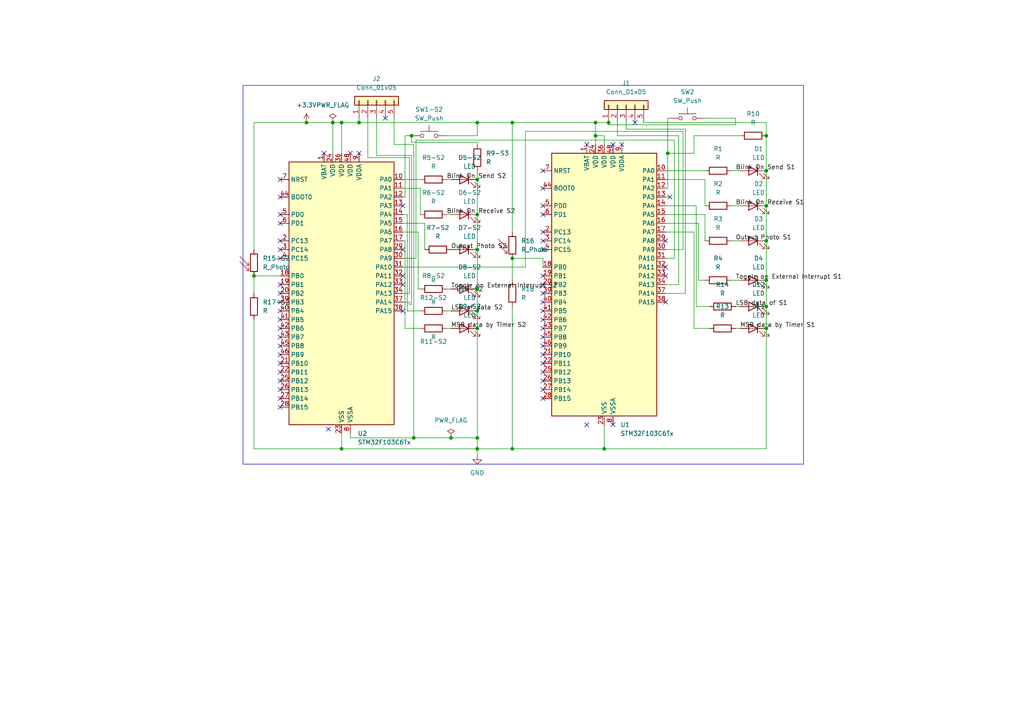
<source format=kicad_sch>
(kicad_sch
	(version 20250114)
	(generator "eeschema")
	(generator_version "9.0")
	(uuid "2fc04243-c7df-458f-a158-ef3a0fcff9c0")
	(paper "A4")
	(title_block
		(title "StmUART")
		(date "6/22/2025")
		(rev "1")
		(company "RUET")
	)
	(lib_symbols
		(symbol "Connector_Generic:Conn_01x05"
			(pin_names
				(offset 1.016)
				(hide yes)
			)
			(exclude_from_sim no)
			(in_bom yes)
			(on_board yes)
			(property "Reference" "J"
				(at 0 7.62 0)
				(effects
					(font
						(size 1.27 1.27)
					)
				)
			)
			(property "Value" "Conn_01x05"
				(at 0 -7.62 0)
				(effects
					(font
						(size 1.27 1.27)
					)
				)
			)
			(property "Footprint" ""
				(at 0 0 0)
				(effects
					(font
						(size 1.27 1.27)
					)
					(hide yes)
				)
			)
			(property "Datasheet" "~"
				(at 0 0 0)
				(effects
					(font
						(size 1.27 1.27)
					)
					(hide yes)
				)
			)
			(property "Description" "Generic connector, single row, 01x05, script generated (kicad-library-utils/schlib/autogen/connector/)"
				(at 0 0 0)
				(effects
					(font
						(size 1.27 1.27)
					)
					(hide yes)
				)
			)
			(property "ki_keywords" "connector"
				(at 0 0 0)
				(effects
					(font
						(size 1.27 1.27)
					)
					(hide yes)
				)
			)
			(property "ki_fp_filters" "Connector*:*_1x??_*"
				(at 0 0 0)
				(effects
					(font
						(size 1.27 1.27)
					)
					(hide yes)
				)
			)
			(symbol "Conn_01x05_1_1"
				(rectangle
					(start -1.27 6.35)
					(end 1.27 -6.35)
					(stroke
						(width 0.254)
						(type default)
					)
					(fill
						(type background)
					)
				)
				(rectangle
					(start -1.27 5.207)
					(end 0 4.953)
					(stroke
						(width 0.1524)
						(type default)
					)
					(fill
						(type none)
					)
				)
				(rectangle
					(start -1.27 2.667)
					(end 0 2.413)
					(stroke
						(width 0.1524)
						(type default)
					)
					(fill
						(type none)
					)
				)
				(rectangle
					(start -1.27 0.127)
					(end 0 -0.127)
					(stroke
						(width 0.1524)
						(type default)
					)
					(fill
						(type none)
					)
				)
				(rectangle
					(start -1.27 -2.413)
					(end 0 -2.667)
					(stroke
						(width 0.1524)
						(type default)
					)
					(fill
						(type none)
					)
				)
				(rectangle
					(start -1.27 -4.953)
					(end 0 -5.207)
					(stroke
						(width 0.1524)
						(type default)
					)
					(fill
						(type none)
					)
				)
				(pin passive line
					(at -5.08 5.08 0)
					(length 3.81)
					(name "Pin_1"
						(effects
							(font
								(size 1.27 1.27)
							)
						)
					)
					(number "1"
						(effects
							(font
								(size 1.27 1.27)
							)
						)
					)
				)
				(pin passive line
					(at -5.08 2.54 0)
					(length 3.81)
					(name "Pin_2"
						(effects
							(font
								(size 1.27 1.27)
							)
						)
					)
					(number "2"
						(effects
							(font
								(size 1.27 1.27)
							)
						)
					)
				)
				(pin passive line
					(at -5.08 0 0)
					(length 3.81)
					(name "Pin_3"
						(effects
							(font
								(size 1.27 1.27)
							)
						)
					)
					(number "3"
						(effects
							(font
								(size 1.27 1.27)
							)
						)
					)
				)
				(pin passive line
					(at -5.08 -2.54 0)
					(length 3.81)
					(name "Pin_4"
						(effects
							(font
								(size 1.27 1.27)
							)
						)
					)
					(number "4"
						(effects
							(font
								(size 1.27 1.27)
							)
						)
					)
				)
				(pin passive line
					(at -5.08 -5.08 0)
					(length 3.81)
					(name "Pin_5"
						(effects
							(font
								(size 1.27 1.27)
							)
						)
					)
					(number "5"
						(effects
							(font
								(size 1.27 1.27)
							)
						)
					)
				)
			)
			(embedded_fonts no)
		)
		(symbol "Device:LED"
			(pin_numbers
				(hide yes)
			)
			(pin_names
				(offset 1.016)
				(hide yes)
			)
			(exclude_from_sim no)
			(in_bom yes)
			(on_board yes)
			(property "Reference" "D"
				(at 0 2.54 0)
				(effects
					(font
						(size 1.27 1.27)
					)
				)
			)
			(property "Value" "LED"
				(at 0 -2.54 0)
				(effects
					(font
						(size 1.27 1.27)
					)
				)
			)
			(property "Footprint" ""
				(at 0 0 0)
				(effects
					(font
						(size 1.27 1.27)
					)
					(hide yes)
				)
			)
			(property "Datasheet" "~"
				(at 0 0 0)
				(effects
					(font
						(size 1.27 1.27)
					)
					(hide yes)
				)
			)
			(property "Description" "Light emitting diode"
				(at 0 0 0)
				(effects
					(font
						(size 1.27 1.27)
					)
					(hide yes)
				)
			)
			(property "Sim.Pins" "1=K 2=A"
				(at 0 0 0)
				(effects
					(font
						(size 1.27 1.27)
					)
					(hide yes)
				)
			)
			(property "ki_keywords" "LED diode"
				(at 0 0 0)
				(effects
					(font
						(size 1.27 1.27)
					)
					(hide yes)
				)
			)
			(property "ki_fp_filters" "LED* LED_SMD:* LED_THT:*"
				(at 0 0 0)
				(effects
					(font
						(size 1.27 1.27)
					)
					(hide yes)
				)
			)
			(symbol "LED_0_1"
				(polyline
					(pts
						(xy -3.048 -0.762) (xy -4.572 -2.286) (xy -3.81 -2.286) (xy -4.572 -2.286) (xy -4.572 -1.524)
					)
					(stroke
						(width 0)
						(type default)
					)
					(fill
						(type none)
					)
				)
				(polyline
					(pts
						(xy -1.778 -0.762) (xy -3.302 -2.286) (xy -2.54 -2.286) (xy -3.302 -2.286) (xy -3.302 -1.524)
					)
					(stroke
						(width 0)
						(type default)
					)
					(fill
						(type none)
					)
				)
				(polyline
					(pts
						(xy -1.27 0) (xy 1.27 0)
					)
					(stroke
						(width 0)
						(type default)
					)
					(fill
						(type none)
					)
				)
				(polyline
					(pts
						(xy -1.27 -1.27) (xy -1.27 1.27)
					)
					(stroke
						(width 0.254)
						(type default)
					)
					(fill
						(type none)
					)
				)
				(polyline
					(pts
						(xy 1.27 -1.27) (xy 1.27 1.27) (xy -1.27 0) (xy 1.27 -1.27)
					)
					(stroke
						(width 0.254)
						(type default)
					)
					(fill
						(type none)
					)
				)
			)
			(symbol "LED_1_1"
				(pin passive line
					(at -3.81 0 0)
					(length 2.54)
					(name "K"
						(effects
							(font
								(size 1.27 1.27)
							)
						)
					)
					(number "1"
						(effects
							(font
								(size 1.27 1.27)
							)
						)
					)
				)
				(pin passive line
					(at 3.81 0 180)
					(length 2.54)
					(name "A"
						(effects
							(font
								(size 1.27 1.27)
							)
						)
					)
					(number "2"
						(effects
							(font
								(size 1.27 1.27)
							)
						)
					)
				)
			)
			(embedded_fonts no)
		)
		(symbol "Device:R"
			(pin_numbers
				(hide yes)
			)
			(pin_names
				(offset 0)
			)
			(exclude_from_sim no)
			(in_bom yes)
			(on_board yes)
			(property "Reference" "R"
				(at 2.032 0 90)
				(effects
					(font
						(size 1.27 1.27)
					)
				)
			)
			(property "Value" "R"
				(at 0 0 90)
				(effects
					(font
						(size 1.27 1.27)
					)
				)
			)
			(property "Footprint" ""
				(at -1.778 0 90)
				(effects
					(font
						(size 1.27 1.27)
					)
					(hide yes)
				)
			)
			(property "Datasheet" "~"
				(at 0 0 0)
				(effects
					(font
						(size 1.27 1.27)
					)
					(hide yes)
				)
			)
			(property "Description" "Resistor"
				(at 0 0 0)
				(effects
					(font
						(size 1.27 1.27)
					)
					(hide yes)
				)
			)
			(property "ki_keywords" "R res resistor"
				(at 0 0 0)
				(effects
					(font
						(size 1.27 1.27)
					)
					(hide yes)
				)
			)
			(property "ki_fp_filters" "R_*"
				(at 0 0 0)
				(effects
					(font
						(size 1.27 1.27)
					)
					(hide yes)
				)
			)
			(symbol "R_0_1"
				(rectangle
					(start -1.016 -2.54)
					(end 1.016 2.54)
					(stroke
						(width 0.254)
						(type default)
					)
					(fill
						(type none)
					)
				)
			)
			(symbol "R_1_1"
				(pin passive line
					(at 0 3.81 270)
					(length 1.27)
					(name "~"
						(effects
							(font
								(size 1.27 1.27)
							)
						)
					)
					(number "1"
						(effects
							(font
								(size 1.27 1.27)
							)
						)
					)
				)
				(pin passive line
					(at 0 -3.81 90)
					(length 1.27)
					(name "~"
						(effects
							(font
								(size 1.27 1.27)
							)
						)
					)
					(number "2"
						(effects
							(font
								(size 1.27 1.27)
							)
						)
					)
				)
			)
			(embedded_fonts no)
		)
		(symbol "Device:R_Photo"
			(pin_numbers
				(hide yes)
			)
			(pin_names
				(offset 0)
			)
			(exclude_from_sim no)
			(in_bom yes)
			(on_board yes)
			(property "Reference" "R"
				(at 1.27 1.27 0)
				(effects
					(font
						(size 1.27 1.27)
					)
					(justify left)
				)
			)
			(property "Value" "R_Photo"
				(at 1.27 0 0)
				(effects
					(font
						(size 1.27 1.27)
					)
					(justify left top)
				)
			)
			(property "Footprint" ""
				(at 1.27 -6.35 90)
				(effects
					(font
						(size 1.27 1.27)
					)
					(justify left)
					(hide yes)
				)
			)
			(property "Datasheet" "~"
				(at 0 -1.27 0)
				(effects
					(font
						(size 1.27 1.27)
					)
					(hide yes)
				)
			)
			(property "Description" "Photoresistor"
				(at 0 0 0)
				(effects
					(font
						(size 1.27 1.27)
					)
					(hide yes)
				)
			)
			(property "ki_keywords" "resistor variable light sensitive opto LDR"
				(at 0 0 0)
				(effects
					(font
						(size 1.27 1.27)
					)
					(hide yes)
				)
			)
			(property "ki_fp_filters" "*LDR* R?LDR*"
				(at 0 0 0)
				(effects
					(font
						(size 1.27 1.27)
					)
					(hide yes)
				)
			)
			(symbol "R_Photo_0_1"
				(polyline
					(pts
						(xy -1.524 -0.762) (xy -4.064 1.778)
					)
					(stroke
						(width 0)
						(type default)
					)
					(fill
						(type none)
					)
				)
				(polyline
					(pts
						(xy -1.524 -0.762) (xy -2.286 -0.762)
					)
					(stroke
						(width 0)
						(type default)
					)
					(fill
						(type none)
					)
				)
				(polyline
					(pts
						(xy -1.524 -0.762) (xy -1.524 0)
					)
					(stroke
						(width 0)
						(type default)
					)
					(fill
						(type none)
					)
				)
				(polyline
					(pts
						(xy -1.524 -2.286) (xy -4.064 0.254)
					)
					(stroke
						(width 0)
						(type default)
					)
					(fill
						(type none)
					)
				)
				(polyline
					(pts
						(xy -1.524 -2.286) (xy -2.286 -2.286)
					)
					(stroke
						(width 0)
						(type default)
					)
					(fill
						(type none)
					)
				)
				(polyline
					(pts
						(xy -1.524 -2.286) (xy -1.524 -1.524)
					)
					(stroke
						(width 0)
						(type default)
					)
					(fill
						(type none)
					)
				)
				(rectangle
					(start -1.016 2.54)
					(end 1.016 -2.54)
					(stroke
						(width 0.254)
						(type default)
					)
					(fill
						(type none)
					)
				)
			)
			(symbol "R_Photo_1_1"
				(pin passive line
					(at 0 3.81 270)
					(length 1.27)
					(name "~"
						(effects
							(font
								(size 1.27 1.27)
							)
						)
					)
					(number "1"
						(effects
							(font
								(size 1.27 1.27)
							)
						)
					)
				)
				(pin passive line
					(at 0 -3.81 90)
					(length 1.27)
					(name "~"
						(effects
							(font
								(size 1.27 1.27)
							)
						)
					)
					(number "2"
						(effects
							(font
								(size 1.27 1.27)
							)
						)
					)
				)
			)
			(embedded_fonts no)
		)
		(symbol "MCU_ST_STM32F1:STM32F103C6Tx"
			(exclude_from_sim no)
			(in_bom yes)
			(on_board yes)
			(property "Reference" "U1"
				(at 4.6833 -40.64 0)
				(effects
					(font
						(size 1.27 1.27)
					)
					(justify left)
				)
			)
			(property "Value" "STM32F103C6Tx"
				(at 4.6833 -43.18 0)
				(effects
					(font
						(size 1.27 1.27)
					)
					(justify left)
				)
			)
			(property "Footprint" "Package_QFP:LQFP-48_7x7mm_P0.5mm"
				(at -15.24 -38.1 0)
				(effects
					(font
						(size 1.27 1.27)
					)
					(justify right)
					(hide yes)
				)
			)
			(property "Datasheet" "https://www.st.com/resource/en/datasheet/stm32f103c6.pdf"
				(at 0 0 0)
				(effects
					(font
						(size 1.27 1.27)
					)
					(hide yes)
				)
			)
			(property "Description" "STMicroelectronics Arm Cortex-M3 MCU, 32KB flash, 10KB RAM, 72 MHz, 2.0-3.6V, 37 GPIO, LQFP48"
				(at 0 0 0)
				(effects
					(font
						(size 1.27 1.27)
					)
					(hide yes)
				)
			)
			(property "ki_keywords" "Arm Cortex-M3 STM32F1 STM32F103"
				(at 0 0 0)
				(effects
					(font
						(size 1.27 1.27)
					)
					(hide yes)
				)
			)
			(property "ki_fp_filters" "LQFP*7x7mm*P0.5mm*"
				(at 0 0 0)
				(effects
					(font
						(size 1.27 1.27)
					)
					(hide yes)
				)
			)
			(symbol "STM32F103C6Tx_0_1"
				(rectangle
					(start -15.24 -38.1)
					(end 15.24 38.1)
					(stroke
						(width 0.254)
						(type default)
					)
					(fill
						(type background)
					)
				)
			)
			(symbol "STM32F103C6Tx_1_1"
				(pin input line
					(at -17.78 33.02 0)
					(length 2.54)
					(name "NRST"
						(effects
							(font
								(size 1.27 1.27)
							)
						)
					)
					(number "7"
						(effects
							(font
								(size 1.27 1.27)
							)
						)
					)
				)
				(pin input line
					(at -17.78 27.94 0)
					(length 2.54)
					(name "BOOT0"
						(effects
							(font
								(size 1.27 1.27)
							)
						)
					)
					(number "44"
						(effects
							(font
								(size 1.27 1.27)
							)
						)
					)
				)
				(pin bidirectional line
					(at -17.78 22.86 0)
					(length 2.54)
					(name "PD0"
						(effects
							(font
								(size 1.27 1.27)
							)
						)
					)
					(number "5"
						(effects
							(font
								(size 1.27 1.27)
							)
						)
					)
					(alternate "RCC_OSC_IN" bidirectional line)
				)
				(pin bidirectional line
					(at -17.78 20.32 0)
					(length 2.54)
					(name "PD1"
						(effects
							(font
								(size 1.27 1.27)
							)
						)
					)
					(number "6"
						(effects
							(font
								(size 1.27 1.27)
							)
						)
					)
					(alternate "RCC_OSC_OUT" bidirectional line)
				)
				(pin bidirectional line
					(at -17.78 15.24 0)
					(length 2.54)
					(name "PC13"
						(effects
							(font
								(size 1.27 1.27)
							)
						)
					)
					(number "2"
						(effects
							(font
								(size 1.27 1.27)
							)
						)
					)
					(alternate "RTC_OUT" bidirectional line)
					(alternate "RTC_TAMPER" bidirectional line)
				)
				(pin bidirectional line
					(at -17.78 12.7 0)
					(length 2.54)
					(name "PC14"
						(effects
							(font
								(size 1.27 1.27)
							)
						)
					)
					(number "3"
						(effects
							(font
								(size 1.27 1.27)
							)
						)
					)
					(alternate "RCC_OSC32_IN" bidirectional line)
				)
				(pin bidirectional line
					(at -17.78 10.16 0)
					(length 2.54)
					(name "PC15"
						(effects
							(font
								(size 1.27 1.27)
							)
						)
					)
					(number "4"
						(effects
							(font
								(size 1.27 1.27)
							)
						)
					)
					(alternate "ADC1_EXTI15" bidirectional line)
					(alternate "ADC2_EXTI15" bidirectional line)
					(alternate "RCC_OSC32_OUT" bidirectional line)
				)
				(pin bidirectional line
					(at -17.78 5.08 0)
					(length 2.54)
					(name "PB0"
						(effects
							(font
								(size 1.27 1.27)
							)
						)
					)
					(number "18"
						(effects
							(font
								(size 1.27 1.27)
							)
						)
					)
					(alternate "ADC1_IN8" bidirectional line)
					(alternate "ADC2_IN8" bidirectional line)
					(alternate "TIM1_CH2N" bidirectional line)
					(alternate "TIM3_CH3" bidirectional line)
				)
				(pin bidirectional line
					(at -17.78 2.54 0)
					(length 2.54)
					(name "PB1"
						(effects
							(font
								(size 1.27 1.27)
							)
						)
					)
					(number "19"
						(effects
							(font
								(size 1.27 1.27)
							)
						)
					)
					(alternate "ADC1_IN9" bidirectional line)
					(alternate "ADC2_IN9" bidirectional line)
					(alternate "TIM1_CH3N" bidirectional line)
					(alternate "TIM3_CH4" bidirectional line)
				)
				(pin bidirectional line
					(at -17.78 0 0)
					(length 2.54)
					(name "PB2"
						(effects
							(font
								(size 1.27 1.27)
							)
						)
					)
					(number "20"
						(effects
							(font
								(size 1.27 1.27)
							)
						)
					)
				)
				(pin bidirectional line
					(at -17.78 -2.54 0)
					(length 2.54)
					(name "PB3"
						(effects
							(font
								(size 1.27 1.27)
							)
						)
					)
					(number "39"
						(effects
							(font
								(size 1.27 1.27)
							)
						)
					)
					(alternate "SPI1_SCK" bidirectional line)
					(alternate "SYS_JTDO-TRACESWO" bidirectional line)
					(alternate "TIM2_CH2" bidirectional line)
				)
				(pin bidirectional line
					(at -17.78 -5.08 0)
					(length 2.54)
					(name "PB4"
						(effects
							(font
								(size 1.27 1.27)
							)
						)
					)
					(number "40"
						(effects
							(font
								(size 1.27 1.27)
							)
						)
					)
					(alternate "SPI1_MISO" bidirectional line)
					(alternate "SYS_NJTRST" bidirectional line)
					(alternate "TIM3_CH1" bidirectional line)
				)
				(pin bidirectional line
					(at -17.78 -7.62 0)
					(length 2.54)
					(name "PB5"
						(effects
							(font
								(size 1.27 1.27)
							)
						)
					)
					(number "41"
						(effects
							(font
								(size 1.27 1.27)
							)
						)
					)
					(alternate "I2C1_SMBA" bidirectional line)
					(alternate "SPI1_MOSI" bidirectional line)
					(alternate "TIM3_CH2" bidirectional line)
				)
				(pin bidirectional line
					(at -17.78 -10.16 0)
					(length 2.54)
					(name "PB6"
						(effects
							(font
								(size 1.27 1.27)
							)
						)
					)
					(number "42"
						(effects
							(font
								(size 1.27 1.27)
							)
						)
					)
					(alternate "I2C1_SCL" bidirectional line)
					(alternate "USART1_TX" bidirectional line)
				)
				(pin bidirectional line
					(at -17.78 -12.7 0)
					(length 2.54)
					(name "PB7"
						(effects
							(font
								(size 1.27 1.27)
							)
						)
					)
					(number "43"
						(effects
							(font
								(size 1.27 1.27)
							)
						)
					)
					(alternate "I2C1_SDA" bidirectional line)
					(alternate "USART1_RX" bidirectional line)
				)
				(pin bidirectional line
					(at -17.78 -15.24 0)
					(length 2.54)
					(name "PB8"
						(effects
							(font
								(size 1.27 1.27)
							)
						)
					)
					(number "45"
						(effects
							(font
								(size 1.27 1.27)
							)
						)
					)
					(alternate "CAN_RX" bidirectional line)
					(alternate "I2C1_SCL" bidirectional line)
				)
				(pin bidirectional line
					(at -17.78 -17.78 0)
					(length 2.54)
					(name "PB9"
						(effects
							(font
								(size 1.27 1.27)
							)
						)
					)
					(number "46"
						(effects
							(font
								(size 1.27 1.27)
							)
						)
					)
					(alternate "CAN_TX" bidirectional line)
					(alternate "I2C1_SDA" bidirectional line)
				)
				(pin bidirectional line
					(at -17.78 -20.32 0)
					(length 2.54)
					(name "PB10"
						(effects
							(font
								(size 1.27 1.27)
							)
						)
					)
					(number "21"
						(effects
							(font
								(size 1.27 1.27)
							)
						)
					)
					(alternate "TIM2_CH3" bidirectional line)
				)
				(pin bidirectional line
					(at -17.78 -22.86 0)
					(length 2.54)
					(name "PB11"
						(effects
							(font
								(size 1.27 1.27)
							)
						)
					)
					(number "22"
						(effects
							(font
								(size 1.27 1.27)
							)
						)
					)
					(alternate "ADC1_EXTI11" bidirectional line)
					(alternate "ADC2_EXTI11" bidirectional line)
					(alternate "TIM2_CH4" bidirectional line)
				)
				(pin bidirectional line
					(at -17.78 -25.4 0)
					(length 2.54)
					(name "PB12"
						(effects
							(font
								(size 1.27 1.27)
							)
						)
					)
					(number "25"
						(effects
							(font
								(size 1.27 1.27)
							)
						)
					)
					(alternate "TIM1_BKIN" bidirectional line)
				)
				(pin bidirectional line
					(at -17.78 -27.94 0)
					(length 2.54)
					(name "PB13"
						(effects
							(font
								(size 1.27 1.27)
							)
						)
					)
					(number "26"
						(effects
							(font
								(size 1.27 1.27)
							)
						)
					)
					(alternate "TIM1_CH1N" bidirectional line)
				)
				(pin bidirectional line
					(at -17.78 -30.48 0)
					(length 2.54)
					(name "PB14"
						(effects
							(font
								(size 1.27 1.27)
							)
						)
					)
					(number "27"
						(effects
							(font
								(size 1.27 1.27)
							)
						)
					)
					(alternate "TIM1_CH2N" bidirectional line)
				)
				(pin bidirectional line
					(at -17.78 -33.02 0)
					(length 2.54)
					(name "PB15"
						(effects
							(font
								(size 1.27 1.27)
							)
						)
					)
					(number "28"
						(effects
							(font
								(size 1.27 1.27)
							)
						)
					)
					(alternate "ADC1_EXTI15" bidirectional line)
					(alternate "ADC2_EXTI15" bidirectional line)
					(alternate "TIM1_CH3N" bidirectional line)
				)
				(pin power_in line
					(at -5.08 40.64 270)
					(length 2.54)
					(name "VBAT"
						(effects
							(font
								(size 1.27 1.27)
							)
						)
					)
					(number "1"
						(effects
							(font
								(size 1.27 1.27)
							)
						)
					)
				)
				(pin passive line
					(at -5.08 -40.64 90)
					(length 2.54)
					(hide yes)
					(name "VSS"
						(effects
							(font
								(size 1.27 1.27)
							)
						)
					)
					(number "35"
						(effects
							(font
								(size 1.27 1.27)
							)
						)
					)
				)
				(pin power_in line
					(at -2.54 40.64 270)
					(length 2.54)
					(name "VDD"
						(effects
							(font
								(size 1.27 1.27)
							)
						)
					)
					(number "24"
						(effects
							(font
								(size 1.27 1.27)
							)
						)
					)
				)
				(pin power_in line
					(at 0 40.64 270)
					(length 2.54)
					(name "VDD"
						(effects
							(font
								(size 1.27 1.27)
							)
						)
					)
					(number "36"
						(effects
							(font
								(size 1.27 1.27)
							)
						)
					)
				)
				(pin power_in line
					(at 0 -40.64 90)
					(length 2.54)
					(name "VSS"
						(effects
							(font
								(size 1.27 1.27)
							)
						)
					)
					(number "23"
						(effects
							(font
								(size 1.27 1.27)
							)
						)
					)
				)
				(pin passive line
					(at 0 -40.64 90)
					(length 2.54)
					(hide yes)
					(name "VSS"
						(effects
							(font
								(size 1.27 1.27)
							)
						)
					)
					(number "47"
						(effects
							(font
								(size 1.27 1.27)
							)
						)
					)
				)
				(pin power_in line
					(at 2.54 40.64 270)
					(length 2.54)
					(name "VDD"
						(effects
							(font
								(size 1.27 1.27)
							)
						)
					)
					(number "48"
						(effects
							(font
								(size 1.27 1.27)
							)
						)
					)
				)
				(pin power_in line
					(at 2.54 -40.64 90)
					(length 2.54)
					(name "VSSA"
						(effects
							(font
								(size 1.27 1.27)
							)
						)
					)
					(number "8"
						(effects
							(font
								(size 1.27 1.27)
							)
						)
					)
				)
				(pin power_in line
					(at 5.08 40.64 270)
					(length 2.54)
					(name "VDDA"
						(effects
							(font
								(size 1.27 1.27)
							)
						)
					)
					(number "9"
						(effects
							(font
								(size 1.27 1.27)
							)
						)
					)
				)
				(pin bidirectional line
					(at 17.78 33.02 180)
					(length 2.54)
					(name "PA0"
						(effects
							(font
								(size 1.27 1.27)
							)
						)
					)
					(number "10"
						(effects
							(font
								(size 1.27 1.27)
							)
						)
					)
					(alternate "ADC1_IN0" bidirectional line)
					(alternate "ADC2_IN0" bidirectional line)
					(alternate "SYS_WKUP" bidirectional line)
					(alternate "TIM2_CH1" bidirectional line)
					(alternate "TIM2_ETR" bidirectional line)
					(alternate "USART2_CTS" bidirectional line)
				)
				(pin bidirectional line
					(at 17.78 30.48 180)
					(length 2.54)
					(name "PA1"
						(effects
							(font
								(size 1.27 1.27)
							)
						)
					)
					(number "11"
						(effects
							(font
								(size 1.27 1.27)
							)
						)
					)
					(alternate "ADC1_IN1" bidirectional line)
					(alternate "ADC2_IN1" bidirectional line)
					(alternate "TIM2_CH2" bidirectional line)
					(alternate "USART2_RTS" bidirectional line)
				)
				(pin bidirectional line
					(at 17.78 27.94 180)
					(length 2.54)
					(name "PA2"
						(effects
							(font
								(size 1.27 1.27)
							)
						)
					)
					(number "12"
						(effects
							(font
								(size 1.27 1.27)
							)
						)
					)
					(alternate "ADC1_IN2" bidirectional line)
					(alternate "ADC2_IN2" bidirectional line)
					(alternate "TIM2_CH3" bidirectional line)
					(alternate "USART2_TX" bidirectional line)
				)
				(pin bidirectional line
					(at 17.78 25.4 180)
					(length 2.54)
					(name "PA3"
						(effects
							(font
								(size 1.27 1.27)
							)
						)
					)
					(number "13"
						(effects
							(font
								(size 1.27 1.27)
							)
						)
					)
					(alternate "ADC1_IN3" bidirectional line)
					(alternate "ADC2_IN3" bidirectional line)
					(alternate "TIM2_CH4" bidirectional line)
					(alternate "USART2_RX" bidirectional line)
				)
				(pin bidirectional line
					(at 17.78 22.86 180)
					(length 2.54)
					(name "PA4"
						(effects
							(font
								(size 1.27 1.27)
							)
						)
					)
					(number "14"
						(effects
							(font
								(size 1.27 1.27)
							)
						)
					)
					(alternate "ADC1_IN4" bidirectional line)
					(alternate "ADC2_IN4" bidirectional line)
					(alternate "SPI1_NSS" bidirectional line)
					(alternate "USART2_CK" bidirectional line)
				)
				(pin bidirectional line
					(at 17.78 20.32 180)
					(length 2.54)
					(name "PA5"
						(effects
							(font
								(size 1.27 1.27)
							)
						)
					)
					(number "15"
						(effects
							(font
								(size 1.27 1.27)
							)
						)
					)
					(alternate "ADC1_IN5" bidirectional line)
					(alternate "ADC2_IN5" bidirectional line)
					(alternate "SPI1_SCK" bidirectional line)
				)
				(pin bidirectional line
					(at 17.78 17.78 180)
					(length 2.54)
					(name "PA6"
						(effects
							(font
								(size 1.27 1.27)
							)
						)
					)
					(number "16"
						(effects
							(font
								(size 1.27 1.27)
							)
						)
					)
					(alternate "ADC1_IN6" bidirectional line)
					(alternate "ADC2_IN6" bidirectional line)
					(alternate "SPI1_MISO" bidirectional line)
					(alternate "TIM1_BKIN" bidirectional line)
					(alternate "TIM3_CH1" bidirectional line)
				)
				(pin bidirectional line
					(at 17.78 15.24 180)
					(length 2.54)
					(name "PA7"
						(effects
							(font
								(size 1.27 1.27)
							)
						)
					)
					(number "17"
						(effects
							(font
								(size 1.27 1.27)
							)
						)
					)
					(alternate "ADC1_IN7" bidirectional line)
					(alternate "ADC2_IN7" bidirectional line)
					(alternate "SPI1_MOSI" bidirectional line)
					(alternate "TIM1_CH1N" bidirectional line)
					(alternate "TIM3_CH2" bidirectional line)
				)
				(pin bidirectional line
					(at 17.78 12.7 180)
					(length 2.54)
					(name "PA8"
						(effects
							(font
								(size 1.27 1.27)
							)
						)
					)
					(number "29"
						(effects
							(font
								(size 1.27 1.27)
							)
						)
					)
					(alternate "RCC_MCO" bidirectional line)
					(alternate "TIM1_CH1" bidirectional line)
					(alternate "USART1_CK" bidirectional line)
				)
				(pin bidirectional line
					(at 17.78 10.16 180)
					(length 2.54)
					(name "PA9"
						(effects
							(font
								(size 1.27 1.27)
							)
						)
					)
					(number "30"
						(effects
							(font
								(size 1.27 1.27)
							)
						)
					)
					(alternate "TIM1_CH2" bidirectional line)
					(alternate "USART1_TX" bidirectional line)
				)
				(pin bidirectional line
					(at 17.78 7.62 180)
					(length 2.54)
					(name "PA10"
						(effects
							(font
								(size 1.27 1.27)
							)
						)
					)
					(number "31"
						(effects
							(font
								(size 1.27 1.27)
							)
						)
					)
					(alternate "TIM1_CH3" bidirectional line)
					(alternate "USART1_RX" bidirectional line)
				)
				(pin bidirectional line
					(at 17.78 5.08 180)
					(length 2.54)
					(name "PA11"
						(effects
							(font
								(size 1.27 1.27)
							)
						)
					)
					(number "32"
						(effects
							(font
								(size 1.27 1.27)
							)
						)
					)
					(alternate "ADC1_EXTI11" bidirectional line)
					(alternate "ADC2_EXTI11" bidirectional line)
					(alternate "CAN_RX" bidirectional line)
					(alternate "TIM1_CH4" bidirectional line)
					(alternate "USART1_CTS" bidirectional line)
					(alternate "USB_DM" bidirectional line)
				)
				(pin bidirectional line
					(at 17.78 2.54 180)
					(length 2.54)
					(name "PA12"
						(effects
							(font
								(size 1.27 1.27)
							)
						)
					)
					(number "33"
						(effects
							(font
								(size 1.27 1.27)
							)
						)
					)
					(alternate "CAN_TX" bidirectional line)
					(alternate "TIM1_ETR" bidirectional line)
					(alternate "USART1_RTS" bidirectional line)
					(alternate "USB_DP" bidirectional line)
				)
				(pin bidirectional line
					(at 17.78 0 180)
					(length 2.54)
					(name "PA13"
						(effects
							(font
								(size 1.27 1.27)
							)
						)
					)
					(number "34"
						(effects
							(font
								(size 1.27 1.27)
							)
						)
					)
					(alternate "SYS_JTMS-SWDIO" bidirectional line)
				)
				(pin bidirectional line
					(at 17.78 -2.54 180)
					(length 2.54)
					(name "PA14"
						(effects
							(font
								(size 1.27 1.27)
							)
						)
					)
					(number "37"
						(effects
							(font
								(size 1.27 1.27)
							)
						)
					)
					(alternate "SYS_JTCK-SWCLK" bidirectional line)
				)
				(pin bidirectional line
					(at 17.78 -5.08 180)
					(length 2.54)
					(name "PA15"
						(effects
							(font
								(size 1.27 1.27)
							)
						)
					)
					(number "38"
						(effects
							(font
								(size 1.27 1.27)
							)
						)
					)
					(alternate "ADC1_EXTI15" bidirectional line)
					(alternate "ADC2_EXTI15" bidirectional line)
					(alternate "SPI1_NSS" bidirectional line)
					(alternate "SYS_JTDI" bidirectional line)
					(alternate "TIM2_CH1" bidirectional line)
					(alternate "TIM2_ETR" bidirectional line)
				)
			)
			(embedded_fonts no)
		)
		(symbol "STM32F103C6Tx_1"
			(exclude_from_sim no)
			(in_bom yes)
			(on_board yes)
			(property "Reference" "U2"
				(at 4.6833 -40.64 0)
				(effects
					(font
						(size 1.27 1.27)
					)
					(justify left)
				)
			)
			(property "Value" "STM32F103C6Tx"
				(at 4.6833 -43.18 0)
				(effects
					(font
						(size 1.27 1.27)
					)
					(justify left)
				)
			)
			(property "Footprint" "Package_QFP:LQFP-48_7x7mm_P0.5mm"
				(at -15.24 -38.1 0)
				(effects
					(font
						(size 1.27 1.27)
					)
					(justify right)
					(hide yes)
				)
			)
			(property "Datasheet" "https://www.st.com/resource/en/datasheet/stm32f103c6.pdf"
				(at 0 0 0)
				(effects
					(font
						(size 1.27 1.27)
					)
					(hide yes)
				)
			)
			(property "Description" "STMicroelectronics Arm Cortex-M3 MCU, 32KB flash, 10KB RAM, 72 MHz, 2.0-3.6V, 37 GPIO, LQFP48"
				(at 0 0 0)
				(effects
					(font
						(size 1.27 1.27)
					)
					(hide yes)
				)
			)
			(property "ki_keywords" "Arm Cortex-M3 STM32F1 STM32F103"
				(at 0 0 0)
				(effects
					(font
						(size 1.27 1.27)
					)
					(hide yes)
				)
			)
			(property "ki_fp_filters" "LQFP*7x7mm*P0.5mm*"
				(at 0 0 0)
				(effects
					(font
						(size 1.27 1.27)
					)
					(hide yes)
				)
			)
			(symbol "STM32F103C6Tx_1_0_1"
				(rectangle
					(start -15.24 -38.1)
					(end 15.24 38.1)
					(stroke
						(width 0.254)
						(type default)
					)
					(fill
						(type background)
					)
				)
			)
			(symbol "STM32F103C6Tx_1_1_1"
				(pin input line
					(at -17.78 33.02 0)
					(length 2.54)
					(name "NRST"
						(effects
							(font
								(size 1.27 1.27)
							)
						)
					)
					(number "7"
						(effects
							(font
								(size 1.27 1.27)
							)
						)
					)
				)
				(pin input line
					(at -17.78 27.94 0)
					(length 2.54)
					(name "BOOT0"
						(effects
							(font
								(size 1.27 1.27)
							)
						)
					)
					(number "44"
						(effects
							(font
								(size 1.27 1.27)
							)
						)
					)
				)
				(pin bidirectional line
					(at -17.78 22.86 0)
					(length 2.54)
					(name "PD0"
						(effects
							(font
								(size 1.27 1.27)
							)
						)
					)
					(number "5"
						(effects
							(font
								(size 1.27 1.27)
							)
						)
					)
					(alternate "RCC_OSC_IN" bidirectional line)
				)
				(pin bidirectional line
					(at -17.78 20.32 0)
					(length 2.54)
					(name "PD1"
						(effects
							(font
								(size 1.27 1.27)
							)
						)
					)
					(number "6"
						(effects
							(font
								(size 1.27 1.27)
							)
						)
					)
					(alternate "RCC_OSC_OUT" bidirectional line)
				)
				(pin bidirectional line
					(at -17.78 15.24 0)
					(length 2.54)
					(name "PC13"
						(effects
							(font
								(size 1.27 1.27)
							)
						)
					)
					(number "2"
						(effects
							(font
								(size 1.27 1.27)
							)
						)
					)
					(alternate "RTC_OUT" bidirectional line)
					(alternate "RTC_TAMPER" bidirectional line)
				)
				(pin bidirectional line
					(at -17.78 12.7 0)
					(length 2.54)
					(name "PC14"
						(effects
							(font
								(size 1.27 1.27)
							)
						)
					)
					(number "3"
						(effects
							(font
								(size 1.27 1.27)
							)
						)
					)
					(alternate "RCC_OSC32_IN" bidirectional line)
				)
				(pin bidirectional line
					(at -17.78 10.16 0)
					(length 2.54)
					(name "PC15"
						(effects
							(font
								(size 1.27 1.27)
							)
						)
					)
					(number "4"
						(effects
							(font
								(size 1.27 1.27)
							)
						)
					)
					(alternate "ADC1_EXTI15" bidirectional line)
					(alternate "ADC2_EXTI15" bidirectional line)
					(alternate "RCC_OSC32_OUT" bidirectional line)
				)
				(pin bidirectional line
					(at -17.78 5.08 0)
					(length 2.54)
					(name "PB0"
						(effects
							(font
								(size 1.27 1.27)
							)
						)
					)
					(number "18"
						(effects
							(font
								(size 1.27 1.27)
							)
						)
					)
					(alternate "ADC1_IN8" bidirectional line)
					(alternate "ADC2_IN8" bidirectional line)
					(alternate "TIM1_CH2N" bidirectional line)
					(alternate "TIM3_CH3" bidirectional line)
				)
				(pin bidirectional line
					(at -17.78 2.54 0)
					(length 2.54)
					(name "PB1"
						(effects
							(font
								(size 1.27 1.27)
							)
						)
					)
					(number "19"
						(effects
							(font
								(size 1.27 1.27)
							)
						)
					)
					(alternate "ADC1_IN9" bidirectional line)
					(alternate "ADC2_IN9" bidirectional line)
					(alternate "TIM1_CH3N" bidirectional line)
					(alternate "TIM3_CH4" bidirectional line)
				)
				(pin bidirectional line
					(at -17.78 0 0)
					(length 2.54)
					(name "PB2"
						(effects
							(font
								(size 1.27 1.27)
							)
						)
					)
					(number "20"
						(effects
							(font
								(size 1.27 1.27)
							)
						)
					)
				)
				(pin bidirectional line
					(at -17.78 -2.54 0)
					(length 2.54)
					(name "PB3"
						(effects
							(font
								(size 1.27 1.27)
							)
						)
					)
					(number "39"
						(effects
							(font
								(size 1.27 1.27)
							)
						)
					)
					(alternate "SPI1_SCK" bidirectional line)
					(alternate "SYS_JTDO-TRACESWO" bidirectional line)
					(alternate "TIM2_CH2" bidirectional line)
				)
				(pin bidirectional line
					(at -17.78 -5.08 0)
					(length 2.54)
					(name "PB4"
						(effects
							(font
								(size 1.27 1.27)
							)
						)
					)
					(number "40"
						(effects
							(font
								(size 1.27 1.27)
							)
						)
					)
					(alternate "SPI1_MISO" bidirectional line)
					(alternate "SYS_NJTRST" bidirectional line)
					(alternate "TIM3_CH1" bidirectional line)
				)
				(pin bidirectional line
					(at -17.78 -7.62 0)
					(length 2.54)
					(name "PB5"
						(effects
							(font
								(size 1.27 1.27)
							)
						)
					)
					(number "41"
						(effects
							(font
								(size 1.27 1.27)
							)
						)
					)
					(alternate "I2C1_SMBA" bidirectional line)
					(alternate "SPI1_MOSI" bidirectional line)
					(alternate "TIM3_CH2" bidirectional line)
				)
				(pin bidirectional line
					(at -17.78 -10.16 0)
					(length 2.54)
					(name "PB6"
						(effects
							(font
								(size 1.27 1.27)
							)
						)
					)
					(number "42"
						(effects
							(font
								(size 1.27 1.27)
							)
						)
					)
					(alternate "I2C1_SCL" bidirectional line)
					(alternate "USART1_TX" bidirectional line)
				)
				(pin bidirectional line
					(at -17.78 -12.7 0)
					(length 2.54)
					(name "PB7"
						(effects
							(font
								(size 1.27 1.27)
							)
						)
					)
					(number "43"
						(effects
							(font
								(size 1.27 1.27)
							)
						)
					)
					(alternate "I2C1_SDA" bidirectional line)
					(alternate "USART1_RX" bidirectional line)
				)
				(pin bidirectional line
					(at -17.78 -15.24 0)
					(length 2.54)
					(name "PB8"
						(effects
							(font
								(size 1.27 1.27)
							)
						)
					)
					(number "45"
						(effects
							(font
								(size 1.27 1.27)
							)
						)
					)
					(alternate "CAN_RX" bidirectional line)
					(alternate "I2C1_SCL" bidirectional line)
				)
				(pin bidirectional line
					(at -17.78 -17.78 0)
					(length 2.54)
					(name "PB9"
						(effects
							(font
								(size 1.27 1.27)
							)
						)
					)
					(number "46"
						(effects
							(font
								(size 1.27 1.27)
							)
						)
					)
					(alternate "CAN_TX" bidirectional line)
					(alternate "I2C1_SDA" bidirectional line)
				)
				(pin bidirectional line
					(at -17.78 -20.32 0)
					(length 2.54)
					(name "PB10"
						(effects
							(font
								(size 1.27 1.27)
							)
						)
					)
					(number "21"
						(effects
							(font
								(size 1.27 1.27)
							)
						)
					)
					(alternate "TIM2_CH3" bidirectional line)
				)
				(pin bidirectional line
					(at -17.78 -22.86 0)
					(length 2.54)
					(name "PB11"
						(effects
							(font
								(size 1.27 1.27)
							)
						)
					)
					(number "22"
						(effects
							(font
								(size 1.27 1.27)
							)
						)
					)
					(alternate "ADC1_EXTI11" bidirectional line)
					(alternate "ADC2_EXTI11" bidirectional line)
					(alternate "TIM2_CH4" bidirectional line)
				)
				(pin bidirectional line
					(at -17.78 -25.4 0)
					(length 2.54)
					(name "PB12"
						(effects
							(font
								(size 1.27 1.27)
							)
						)
					)
					(number "25"
						(effects
							(font
								(size 1.27 1.27)
							)
						)
					)
					(alternate "TIM1_BKIN" bidirectional line)
				)
				(pin bidirectional line
					(at -17.78 -27.94 0)
					(length 2.54)
					(name "PB13"
						(effects
							(font
								(size 1.27 1.27)
							)
						)
					)
					(number "26"
						(effects
							(font
								(size 1.27 1.27)
							)
						)
					)
					(alternate "TIM1_CH1N" bidirectional line)
				)
				(pin bidirectional line
					(at -17.78 -30.48 0)
					(length 2.54)
					(name "PB14"
						(effects
							(font
								(size 1.27 1.27)
							)
						)
					)
					(number "27"
						(effects
							(font
								(size 1.27 1.27)
							)
						)
					)
					(alternate "TIM1_CH2N" bidirectional line)
				)
				(pin bidirectional line
					(at -17.78 -33.02 0)
					(length 2.54)
					(name "PB15"
						(effects
							(font
								(size 1.27 1.27)
							)
						)
					)
					(number "28"
						(effects
							(font
								(size 1.27 1.27)
							)
						)
					)
					(alternate "ADC1_EXTI15" bidirectional line)
					(alternate "ADC2_EXTI15" bidirectional line)
					(alternate "TIM1_CH3N" bidirectional line)
				)
				(pin power_in line
					(at -5.08 40.64 270)
					(length 2.54)
					(name "VBAT"
						(effects
							(font
								(size 1.27 1.27)
							)
						)
					)
					(number "1"
						(effects
							(font
								(size 1.27 1.27)
							)
						)
					)
				)
				(pin passive line
					(at -3.81 -39.37 90)
					(length 2.54)
					(hide yes)
					(name "VSS"
						(effects
							(font
								(size 1.27 1.27)
							)
						)
					)
					(number "35"
						(effects
							(font
								(size 1.27 1.27)
							)
						)
					)
				)
				(pin power_in line
					(at -2.54 40.64 270)
					(length 2.54)
					(name "VDD"
						(effects
							(font
								(size 1.27 1.27)
							)
						)
					)
					(number "24"
						(effects
							(font
								(size 1.27 1.27)
							)
						)
					)
				)
				(pin power_in line
					(at 0 40.64 270)
					(length 2.54)
					(name "VDD"
						(effects
							(font
								(size 1.27 1.27)
							)
						)
					)
					(number "36"
						(effects
							(font
								(size 1.27 1.27)
							)
						)
					)
				)
				(pin power_in line
					(at 0 -40.64 90)
					(length 2.54)
					(name "VSS"
						(effects
							(font
								(size 1.27 1.27)
							)
						)
					)
					(number "23"
						(effects
							(font
								(size 1.27 1.27)
							)
						)
					)
				)
				(pin passive line
					(at 0 -40.64 90)
					(length 2.54)
					(hide yes)
					(name "VSS"
						(effects
							(font
								(size 1.27 1.27)
							)
						)
					)
					(number "47"
						(effects
							(font
								(size 1.27 1.27)
							)
						)
					)
				)
				(pin power_in line
					(at 2.54 40.64 270)
					(length 2.54)
					(name "VDD"
						(effects
							(font
								(size 1.27 1.27)
							)
						)
					)
					(number "48"
						(effects
							(font
								(size 1.27 1.27)
							)
						)
					)
				)
				(pin power_in line
					(at 2.54 -40.64 90)
					(length 2.54)
					(name "VSSA"
						(effects
							(font
								(size 1.27 1.27)
							)
						)
					)
					(number "8"
						(effects
							(font
								(size 1.27 1.27)
							)
						)
					)
				)
				(pin power_in line
					(at 5.08 40.64 270)
					(length 2.54)
					(name "VDDA"
						(effects
							(font
								(size 1.27 1.27)
							)
						)
					)
					(number "9"
						(effects
							(font
								(size 1.27 1.27)
							)
						)
					)
				)
				(pin bidirectional line
					(at 17.78 33.02 180)
					(length 2.54)
					(name "PA0"
						(effects
							(font
								(size 1.27 1.27)
							)
						)
					)
					(number "10"
						(effects
							(font
								(size 1.27 1.27)
							)
						)
					)
					(alternate "ADC1_IN0" bidirectional line)
					(alternate "ADC2_IN0" bidirectional line)
					(alternate "SYS_WKUP" bidirectional line)
					(alternate "TIM2_CH1" bidirectional line)
					(alternate "TIM2_ETR" bidirectional line)
					(alternate "USART2_CTS" bidirectional line)
				)
				(pin bidirectional line
					(at 17.78 30.48 180)
					(length 2.54)
					(name "PA1"
						(effects
							(font
								(size 1.27 1.27)
							)
						)
					)
					(number "11"
						(effects
							(font
								(size 1.27 1.27)
							)
						)
					)
					(alternate "ADC1_IN1" bidirectional line)
					(alternate "ADC2_IN1" bidirectional line)
					(alternate "TIM2_CH2" bidirectional line)
					(alternate "USART2_RTS" bidirectional line)
				)
				(pin bidirectional line
					(at 17.78 27.94 180)
					(length 2.54)
					(name "PA2"
						(effects
							(font
								(size 1.27 1.27)
							)
						)
					)
					(number "12"
						(effects
							(font
								(size 1.27 1.27)
							)
						)
					)
					(alternate "ADC1_IN2" bidirectional line)
					(alternate "ADC2_IN2" bidirectional line)
					(alternate "TIM2_CH3" bidirectional line)
					(alternate "USART2_TX" bidirectional line)
				)
				(pin bidirectional line
					(at 17.78 25.4 180)
					(length 2.54)
					(name "PA3"
						(effects
							(font
								(size 1.27 1.27)
							)
						)
					)
					(number "13"
						(effects
							(font
								(size 1.27 1.27)
							)
						)
					)
					(alternate "ADC1_IN3" bidirectional line)
					(alternate "ADC2_IN3" bidirectional line)
					(alternate "TIM2_CH4" bidirectional line)
					(alternate "USART2_RX" bidirectional line)
				)
				(pin bidirectional line
					(at 17.78 22.86 180)
					(length 2.54)
					(name "PA4"
						(effects
							(font
								(size 1.27 1.27)
							)
						)
					)
					(number "14"
						(effects
							(font
								(size 1.27 1.27)
							)
						)
					)
					(alternate "ADC1_IN4" bidirectional line)
					(alternate "ADC2_IN4" bidirectional line)
					(alternate "SPI1_NSS" bidirectional line)
					(alternate "USART2_CK" bidirectional line)
				)
				(pin bidirectional line
					(at 17.78 20.32 180)
					(length 2.54)
					(name "PA5"
						(effects
							(font
								(size 1.27 1.27)
							)
						)
					)
					(number "15"
						(effects
							(font
								(size 1.27 1.27)
							)
						)
					)
					(alternate "ADC1_IN5" bidirectional line)
					(alternate "ADC2_IN5" bidirectional line)
					(alternate "SPI1_SCK" bidirectional line)
				)
				(pin bidirectional line
					(at 17.78 17.78 180)
					(length 2.54)
					(name "PA6"
						(effects
							(font
								(size 1.27 1.27)
							)
						)
					)
					(number "16"
						(effects
							(font
								(size 1.27 1.27)
							)
						)
					)
					(alternate "ADC1_IN6" bidirectional line)
					(alternate "ADC2_IN6" bidirectional line)
					(alternate "SPI1_MISO" bidirectional line)
					(alternate "TIM1_BKIN" bidirectional line)
					(alternate "TIM3_CH1" bidirectional line)
				)
				(pin bidirectional line
					(at 17.78 15.24 180)
					(length 2.54)
					(name "PA7"
						(effects
							(font
								(size 1.27 1.27)
							)
						)
					)
					(number "17"
						(effects
							(font
								(size 1.27 1.27)
							)
						)
					)
					(alternate "ADC1_IN7" bidirectional line)
					(alternate "ADC2_IN7" bidirectional line)
					(alternate "SPI1_MOSI" bidirectional line)
					(alternate "TIM1_CH1N" bidirectional line)
					(alternate "TIM3_CH2" bidirectional line)
				)
				(pin bidirectional line
					(at 17.78 12.7 180)
					(length 2.54)
					(name "PA8"
						(effects
							(font
								(size 1.27 1.27)
							)
						)
					)
					(number "29"
						(effects
							(font
								(size 1.27 1.27)
							)
						)
					)
					(alternate "RCC_MCO" bidirectional line)
					(alternate "TIM1_CH1" bidirectional line)
					(alternate "USART1_CK" bidirectional line)
				)
				(pin bidirectional line
					(at 17.78 10.16 180)
					(length 2.54)
					(name "PA9"
						(effects
							(font
								(size 1.27 1.27)
							)
						)
					)
					(number "30"
						(effects
							(font
								(size 1.27 1.27)
							)
						)
					)
					(alternate "TIM1_CH2" bidirectional line)
					(alternate "USART1_TX" bidirectional line)
				)
				(pin bidirectional line
					(at 17.78 7.62 180)
					(length 2.54)
					(name "PA10"
						(effects
							(font
								(size 1.27 1.27)
							)
						)
					)
					(number "31"
						(effects
							(font
								(size 1.27 1.27)
							)
						)
					)
					(alternate "TIM1_CH3" bidirectional line)
					(alternate "USART1_RX" bidirectional line)
				)
				(pin bidirectional line
					(at 17.78 5.08 180)
					(length 2.54)
					(name "PA11"
						(effects
							(font
								(size 1.27 1.27)
							)
						)
					)
					(number "32"
						(effects
							(font
								(size 1.27 1.27)
							)
						)
					)
					(alternate "ADC1_EXTI11" bidirectional line)
					(alternate "ADC2_EXTI11" bidirectional line)
					(alternate "CAN_RX" bidirectional line)
					(alternate "TIM1_CH4" bidirectional line)
					(alternate "USART1_CTS" bidirectional line)
					(alternate "USB_DM" bidirectional line)
				)
				(pin bidirectional line
					(at 17.78 2.54 180)
					(length 2.54)
					(name "PA12"
						(effects
							(font
								(size 1.27 1.27)
							)
						)
					)
					(number "33"
						(effects
							(font
								(size 1.27 1.27)
							)
						)
					)
					(alternate "CAN_TX" bidirectional line)
					(alternate "TIM1_ETR" bidirectional line)
					(alternate "USART1_RTS" bidirectional line)
					(alternate "USB_DP" bidirectional line)
				)
				(pin bidirectional line
					(at 17.78 0 180)
					(length 2.54)
					(name "PA13"
						(effects
							(font
								(size 1.27 1.27)
							)
						)
					)
					(number "34"
						(effects
							(font
								(size 1.27 1.27)
							)
						)
					)
					(alternate "SYS_JTMS-SWDIO" bidirectional line)
				)
				(pin bidirectional line
					(at 17.78 -2.54 180)
					(length 2.54)
					(name "PA14"
						(effects
							(font
								(size 1.27 1.27)
							)
						)
					)
					(number "37"
						(effects
							(font
								(size 1.27 1.27)
							)
						)
					)
					(alternate "SYS_JTCK-SWCLK" bidirectional line)
				)
				(pin bidirectional line
					(at 17.78 -5.08 180)
					(length 2.54)
					(name "PA15"
						(effects
							(font
								(size 1.27 1.27)
							)
						)
					)
					(number "38"
						(effects
							(font
								(size 1.27 1.27)
							)
						)
					)
					(alternate "ADC1_EXTI15" bidirectional line)
					(alternate "ADC2_EXTI15" bidirectional line)
					(alternate "SPI1_NSS" bidirectional line)
					(alternate "SYS_JTDI" bidirectional line)
					(alternate "TIM2_CH1" bidirectional line)
					(alternate "TIM2_ETR" bidirectional line)
				)
			)
			(embedded_fonts no)
		)
		(symbol "Switch:SW_Push"
			(pin_numbers
				(hide yes)
			)
			(pin_names
				(offset 1.016)
				(hide yes)
			)
			(exclude_from_sim no)
			(in_bom yes)
			(on_board yes)
			(property "Reference" "SW"
				(at 1.27 2.54 0)
				(effects
					(font
						(size 1.27 1.27)
					)
					(justify left)
				)
			)
			(property "Value" "SW_Push"
				(at 0 -1.524 0)
				(effects
					(font
						(size 1.27 1.27)
					)
				)
			)
			(property "Footprint" ""
				(at 0 5.08 0)
				(effects
					(font
						(size 1.27 1.27)
					)
					(hide yes)
				)
			)
			(property "Datasheet" "~"
				(at 0 5.08 0)
				(effects
					(font
						(size 1.27 1.27)
					)
					(hide yes)
				)
			)
			(property "Description" "Push button switch, generic, two pins"
				(at 0 0 0)
				(effects
					(font
						(size 1.27 1.27)
					)
					(hide yes)
				)
			)
			(property "ki_keywords" "switch normally-open pushbutton push-button"
				(at 0 0 0)
				(effects
					(font
						(size 1.27 1.27)
					)
					(hide yes)
				)
			)
			(symbol "SW_Push_0_1"
				(circle
					(center -2.032 0)
					(radius 0.508)
					(stroke
						(width 0)
						(type default)
					)
					(fill
						(type none)
					)
				)
				(polyline
					(pts
						(xy 0 1.27) (xy 0 3.048)
					)
					(stroke
						(width 0)
						(type default)
					)
					(fill
						(type none)
					)
				)
				(circle
					(center 2.032 0)
					(radius 0.508)
					(stroke
						(width 0)
						(type default)
					)
					(fill
						(type none)
					)
				)
				(polyline
					(pts
						(xy 2.54 1.27) (xy -2.54 1.27)
					)
					(stroke
						(width 0)
						(type default)
					)
					(fill
						(type none)
					)
				)
				(pin passive line
					(at -5.08 0 0)
					(length 2.54)
					(name "1"
						(effects
							(font
								(size 1.27 1.27)
							)
						)
					)
					(number "1"
						(effects
							(font
								(size 1.27 1.27)
							)
						)
					)
				)
				(pin passive line
					(at 5.08 0 180)
					(length 2.54)
					(name "2"
						(effects
							(font
								(size 1.27 1.27)
							)
						)
					)
					(number "2"
						(effects
							(font
								(size 1.27 1.27)
							)
						)
					)
				)
			)
			(embedded_fonts no)
		)
		(symbol "power:+3.3V"
			(power)
			(pin_numbers
				(hide yes)
			)
			(pin_names
				(offset 0)
				(hide yes)
			)
			(exclude_from_sim no)
			(in_bom yes)
			(on_board yes)
			(property "Reference" "#PWR"
				(at 0 -3.81 0)
				(effects
					(font
						(size 1.27 1.27)
					)
					(hide yes)
				)
			)
			(property "Value" "+3.3V"
				(at 0 3.556 0)
				(effects
					(font
						(size 1.27 1.27)
					)
				)
			)
			(property "Footprint" ""
				(at 0 0 0)
				(effects
					(font
						(size 1.27 1.27)
					)
					(hide yes)
				)
			)
			(property "Datasheet" ""
				(at 0 0 0)
				(effects
					(font
						(size 1.27 1.27)
					)
					(hide yes)
				)
			)
			(property "Description" "Power symbol creates a global label with name \"+3.3V\""
				(at 0 0 0)
				(effects
					(font
						(size 1.27 1.27)
					)
					(hide yes)
				)
			)
			(property "ki_keywords" "global power"
				(at 0 0 0)
				(effects
					(font
						(size 1.27 1.27)
					)
					(hide yes)
				)
			)
			(symbol "+3.3V_0_1"
				(polyline
					(pts
						(xy -0.762 1.27) (xy 0 2.54)
					)
					(stroke
						(width 0)
						(type default)
					)
					(fill
						(type none)
					)
				)
				(polyline
					(pts
						(xy 0 2.54) (xy 0.762 1.27)
					)
					(stroke
						(width 0)
						(type default)
					)
					(fill
						(type none)
					)
				)
				(polyline
					(pts
						(xy 0 0) (xy 0 2.54)
					)
					(stroke
						(width 0)
						(type default)
					)
					(fill
						(type none)
					)
				)
			)
			(symbol "+3.3V_1_1"
				(pin power_in line
					(at 0 0 90)
					(length 0)
					(name "~"
						(effects
							(font
								(size 1.27 1.27)
							)
						)
					)
					(number "1"
						(effects
							(font
								(size 1.27 1.27)
							)
						)
					)
				)
			)
			(embedded_fonts no)
		)
		(symbol "power:GND"
			(power)
			(pin_numbers
				(hide yes)
			)
			(pin_names
				(offset 0)
				(hide yes)
			)
			(exclude_from_sim no)
			(in_bom yes)
			(on_board yes)
			(property "Reference" "#PWR"
				(at 0 -6.35 0)
				(effects
					(font
						(size 1.27 1.27)
					)
					(hide yes)
				)
			)
			(property "Value" "GND"
				(at 0 -3.81 0)
				(effects
					(font
						(size 1.27 1.27)
					)
				)
			)
			(property "Footprint" ""
				(at 0 0 0)
				(effects
					(font
						(size 1.27 1.27)
					)
					(hide yes)
				)
			)
			(property "Datasheet" ""
				(at 0 0 0)
				(effects
					(font
						(size 1.27 1.27)
					)
					(hide yes)
				)
			)
			(property "Description" "Power symbol creates a global label with name \"GND\" , ground"
				(at 0 0 0)
				(effects
					(font
						(size 1.27 1.27)
					)
					(hide yes)
				)
			)
			(property "ki_keywords" "global power"
				(at 0 0 0)
				(effects
					(font
						(size 1.27 1.27)
					)
					(hide yes)
				)
			)
			(symbol "GND_0_1"
				(polyline
					(pts
						(xy 0 0) (xy 0 -1.27) (xy 1.27 -1.27) (xy 0 -2.54) (xy -1.27 -1.27) (xy 0 -1.27)
					)
					(stroke
						(width 0)
						(type default)
					)
					(fill
						(type none)
					)
				)
			)
			(symbol "GND_1_1"
				(pin power_in line
					(at 0 0 270)
					(length 0)
					(name "~"
						(effects
							(font
								(size 1.27 1.27)
							)
						)
					)
					(number "1"
						(effects
							(font
								(size 1.27 1.27)
							)
						)
					)
				)
			)
			(embedded_fonts no)
		)
		(symbol "power:PWR_FLAG"
			(power)
			(pin_numbers
				(hide yes)
			)
			(pin_names
				(offset 0)
				(hide yes)
			)
			(exclude_from_sim no)
			(in_bom yes)
			(on_board yes)
			(property "Reference" "#FLG"
				(at 0 1.905 0)
				(effects
					(font
						(size 1.27 1.27)
					)
					(hide yes)
				)
			)
			(property "Value" "PWR_FLAG"
				(at 0 3.81 0)
				(effects
					(font
						(size 1.27 1.27)
					)
				)
			)
			(property "Footprint" ""
				(at 0 0 0)
				(effects
					(font
						(size 1.27 1.27)
					)
					(hide yes)
				)
			)
			(property "Datasheet" "~"
				(at 0 0 0)
				(effects
					(font
						(size 1.27 1.27)
					)
					(hide yes)
				)
			)
			(property "Description" "Special symbol for telling ERC where power comes from"
				(at 0 0 0)
				(effects
					(font
						(size 1.27 1.27)
					)
					(hide yes)
				)
			)
			(property "ki_keywords" "flag power"
				(at 0 0 0)
				(effects
					(font
						(size 1.27 1.27)
					)
					(hide yes)
				)
			)
			(symbol "PWR_FLAG_0_0"
				(pin power_out line
					(at 0 0 90)
					(length 0)
					(name "~"
						(effects
							(font
								(size 1.27 1.27)
							)
						)
					)
					(number "1"
						(effects
							(font
								(size 1.27 1.27)
							)
						)
					)
				)
			)
			(symbol "PWR_FLAG_0_1"
				(polyline
					(pts
						(xy 0 0) (xy 0 1.27) (xy -1.016 1.905) (xy 0 2.54) (xy 1.016 1.905) (xy 0 1.27)
					)
					(stroke
						(width 0)
						(type default)
					)
					(fill
						(type none)
					)
				)
			)
			(embedded_fonts no)
		)
	)
	(rectangle
		(start 70.485 24.765)
		(end 233.045 134.62)
		(stroke
			(width 0)
			(type default)
		)
		(fill
			(type none)
		)
		(uuid edf91518-0ea0-482b-b98e-5312db0ed178)
	)
	(junction
		(at 172.72 35.56)
		(diameter 0)
		(color 0 0 0 0)
		(uuid "04a63288-f952-4f38-8a78-ed8d9959e9f7")
	)
	(junction
		(at 73.66 80.01)
		(diameter 0)
		(color 0 0 0 0)
		(uuid "06c5c769-4432-4a36-a23a-80d3db9e3f98")
	)
	(junction
		(at 222.25 39.37)
		(diameter 0)
		(color 0 0 0 0)
		(uuid "21b44ec9-54d9-4e6a-9c9f-a9b6c958b3c8")
	)
	(junction
		(at 222.25 81.28)
		(diameter 0)
		(color 0 0 0 0)
		(uuid "2268d97a-de5a-42da-9e59-481b7de15936")
	)
	(junction
		(at 138.43 52.07)
		(diameter 0)
		(color 0 0 0 0)
		(uuid "22b2b7de-c0fd-4d37-8a06-89c29a972ad0")
	)
	(junction
		(at 148.59 130.175)
		(diameter 0)
		(color 0 0 0 0)
		(uuid "271c1727-1fbe-4642-909a-d85522df4c2d")
	)
	(junction
		(at 138.43 95.25)
		(diameter 0)
		(color 0 0 0 0)
		(uuid "2ee3f1a0-f8bf-45d0-a635-d82d4ac2a0d7")
	)
	(junction
		(at 222.25 59.69)
		(diameter 0)
		(color 0 0 0 0)
		(uuid "3e424278-c564-4910-a23d-5850bc8952ad")
	)
	(junction
		(at 222.25 69.85)
		(diameter 0)
		(color 0 0 0 0)
		(uuid "41ec1804-be92-4866-9b22-b3be21883411")
	)
	(junction
		(at 172.72 39.37)
		(diameter 0)
		(color 0 0 0 0)
		(uuid "42d615a9-ccd5-4a2c-bb7d-509d870aced7")
	)
	(junction
		(at 222.25 95.25)
		(diameter 0)
		(color 0 0 0 0)
		(uuid "46f0b239-f034-4395-b782-0b9a38c9002d")
	)
	(junction
		(at 176.53 35.56)
		(diameter 0)
		(color 0 0 0 0)
		(uuid "47c30b52-551e-48ab-a16f-6d5f0b957c26")
	)
	(junction
		(at 222.25 88.9)
		(diameter 0)
		(color 0 0 0 0)
		(uuid "49863597-492e-4660-bacf-8a8669bcd79d")
	)
	(junction
		(at 148.59 35.56)
		(diameter 0)
		(color 0 0 0 0)
		(uuid "4daac8a8-98e3-4fef-b088-aabc1aab623e")
	)
	(junction
		(at 138.43 83.82)
		(diameter 0)
		(color 0 0 0 0)
		(uuid "534b9635-53f7-4dc0-8f35-0b153964872e")
	)
	(junction
		(at 138.43 62.23)
		(diameter 0)
		(color 0 0 0 0)
		(uuid "5e3d99e4-483d-4255-823e-4ad54b9ae466")
	)
	(junction
		(at 130.81 127)
		(diameter 0)
		(color 0 0 0 0)
		(uuid "79b633f1-b921-4602-bb1e-434c7e97a12e")
	)
	(junction
		(at 193.675 44.45)
		(diameter 0)
		(color 0 0 0 0)
		(uuid "7db1c6fc-ec58-4120-8e5b-c31a135d670a")
	)
	(junction
		(at 99.06 35.56)
		(diameter 0)
		(color 0 0 0 0)
		(uuid "875b66d5-7e38-482a-b2ca-68ab49296400")
	)
	(junction
		(at 138.43 130.175)
		(diameter 0)
		(color 0 0 0 0)
		(uuid "92aa6c54-cbf9-4cb9-8693-506a685ebb34")
	)
	(junction
		(at 138.43 72.39)
		(diameter 0)
		(color 0 0 0 0)
		(uuid "a8135f0a-a8ab-42f7-833f-446798615dd2")
	)
	(junction
		(at 120.015 127)
		(diameter 0)
		(color 0 0 0 0)
		(uuid "a86b1b56-d26c-4d98-a367-a12badbbe12f")
	)
	(junction
		(at 222.25 49.53)
		(diameter 0)
		(color 0 0 0 0)
		(uuid "a94d9771-90cc-4526-b9df-67a8804b8067")
	)
	(junction
		(at 96.52 35.56)
		(diameter 0)
		(color 0 0 0 0)
		(uuid "b29a16c4-5034-499e-ab77-3c61f080a0cd")
	)
	(junction
		(at 175.26 130.175)
		(diameter 0)
		(color 0 0 0 0)
		(uuid "ca8961b5-d686-4d0b-bcc4-39f6bea007a6")
	)
	(junction
		(at 88.9 35.56)
		(diameter 0)
		(color 0 0 0 0)
		(uuid "d133d7dc-8864-4be6-895a-3eb7ee28fa81")
	)
	(junction
		(at 104.14 35.56)
		(diameter 0)
		(color 0 0 0 0)
		(uuid "d4fdb489-29ce-46c1-aadc-ce3e3d275529")
	)
	(junction
		(at 119.38 39.37)
		(diameter 0)
		(color 0 0 0 0)
		(uuid "df33fc2d-6af6-4ea3-bf61-3dad270709f9")
	)
	(junction
		(at 138.43 127)
		(diameter 0)
		(color 0 0 0 0)
		(uuid "edef816b-e443-4d1a-bb5d-10f9ecb7484f")
	)
	(junction
		(at 99.06 130.175)
		(diameter 0)
		(color 0 0 0 0)
		(uuid "f1586ffc-84fd-45ab-89ce-14aacf6635f7")
	)
	(junction
		(at 148.59 74.93)
		(diameter 0)
		(color 0 0 0 0)
		(uuid "f1b129e3-9263-4ba5-ba98-d6579122156e")
	)
	(junction
		(at 138.43 35.56)
		(diameter 0)
		(color 0 0 0 0)
		(uuid "fcfd8b3a-51c9-483a-a9f3-93847569e284")
	)
	(junction
		(at 138.43 90.17)
		(diameter 0)
		(color 0 0 0 0)
		(uuid "fdcee9ac-e6a5-4f25-88ff-d1ef64befbab")
	)
	(no_connect
		(at 157.48 82.55)
		(uuid "072112f2-2b70-4ae4-807f-f27a689e60f9")
	)
	(no_connect
		(at 177.8 123.19)
		(uuid "0919a420-b94a-41d5-bcf2-f1081b19e0e7")
	)
	(no_connect
		(at 157.48 67.31)
		(uuid "0c06fffc-3b6d-42c1-a9ea-eee6f65c85c9")
	)
	(no_connect
		(at 81.28 92.71)
		(uuid "0dd1b309-6b4e-4fc6-9eda-e4854c79084b")
	)
	(no_connect
		(at 116.84 72.39)
		(uuid "1cd407a1-8b2f-4dc1-9f00-ea7e24e96b77")
	)
	(no_connect
		(at 104.14 44.45)
		(uuid "2067c84f-d7c1-42fb-8a44-6ec95d31e3dc")
	)
	(no_connect
		(at 193.04 69.85)
		(uuid "20e412b1-3e8d-4847-8ff1-34469dc560e5")
	)
	(no_connect
		(at 170.18 123.19)
		(uuid "24f4e1ab-1089-4cd9-81f0-94c4b7b9c1fc")
	)
	(no_connect
		(at 193.04 77.47)
		(uuid "25762d00-221d-4896-a9e8-5efcc78a63d7")
	)
	(no_connect
		(at 81.28 113.03)
		(uuid "270c6b15-6f2b-47c3-b9c9-09dbdc52950d")
	)
	(no_connect
		(at 81.28 107.95)
		(uuid "2c775570-4f96-45d1-89c2-4209256810a1")
	)
	(no_connect
		(at 116.84 82.55)
		(uuid "2e455326-f3a5-45dc-b872-801db75923f1")
	)
	(no_connect
		(at 81.28 102.87)
		(uuid "304a9deb-2586-4d96-8d7d-253ec4074640")
	)
	(no_connect
		(at 177.8 41.91)
		(uuid "305353c4-1c3e-4256-9d98-b829c5d8c120")
	)
	(no_connect
		(at 81.28 85.09)
		(uuid "33e8a14d-e997-4671-bf7e-88d37b43aec3")
	)
	(no_connect
		(at 157.48 90.17)
		(uuid "344e665c-d4e2-4781-9a41-d6508b632cb0")
	)
	(no_connect
		(at 157.48 97.79)
		(uuid "389ac458-9314-406a-b71d-5734f13425ba")
	)
	(no_connect
		(at 170.18 41.91)
		(uuid "3a42031d-8344-43a2-94ef-0184cf4665ed")
	)
	(no_connect
		(at 157.48 62.23)
		(uuid "3a4b9038-dbd1-40ec-94e6-c2e5cb664ff8")
	)
	(no_connect
		(at 157.48 95.25)
		(uuid "3c82010d-532c-47aa-9f92-a915e4b4ff70")
	)
	(no_connect
		(at 116.84 90.17)
		(uuid "41086a2e-dde1-41f6-854f-988f0ea29300")
	)
	(no_connect
		(at 81.28 100.33)
		(uuid "4172e80b-b155-4cfd-ae4a-44419c122f4c")
	)
	(no_connect
		(at 81.28 118.11)
		(uuid "4766148a-fb4a-41d6-8905-2fbdd5a6d967")
	)
	(no_connect
		(at 81.28 57.15)
		(uuid "4b1a5117-756c-4a1b-bb4a-ce4574dafbc0")
	)
	(no_connect
		(at 81.28 97.79)
		(uuid "51541ab9-5315-4c05-b473-e37d083a6a0e")
	)
	(no_connect
		(at 157.48 80.01)
		(uuid "530bf6da-0948-4eb4-b0ee-ca21e3e7c80f")
	)
	(no_connect
		(at 81.28 90.17)
		(uuid "54859f5e-d0e5-4970-aa71-f0abacfe6cb6")
	)
	(no_connect
		(at 157.48 113.03)
		(uuid "63c2f222-b83a-42dc-a782-71d802ea27c5")
	)
	(no_connect
		(at 157.48 69.85)
		(uuid "64520b80-5ff1-4fb7-b3d3-76b59c7ae334")
	)
	(no_connect
		(at 157.48 115.57)
		(uuid "67902814-161d-41b6-a680-5ff70395e109")
	)
	(no_connect
		(at 180.34 41.91)
		(uuid "6943ecbf-7e82-42dd-9fa4-d2bf350e289c")
	)
	(no_connect
		(at 81.28 82.55)
		(uuid "6c73e125-dd9d-4967-b630-1d71f7cb687b")
	)
	(no_connect
		(at 157.48 92.71)
		(uuid "6d537fb8-7f56-439c-b7f9-3b353db65ded")
	)
	(no_connect
		(at 157.48 54.61)
		(uuid "6dbc2623-a69e-4870-93a8-95de640d2b70")
	)
	(no_connect
		(at 157.48 110.49)
		(uuid "6dfd6820-ee8e-49aa-aa9e-0c2ef9ee53a8")
	)
	(no_connect
		(at 95.25 124.46)
		(uuid "75fc41e0-5987-4334-9425-44c9dd08ef86")
	)
	(no_connect
		(at 116.84 59.69)
		(uuid "78b22f0e-3df8-42a3-aba8-800be9ffa73b")
	)
	(no_connect
		(at 193.04 80.01)
		(uuid "78f1ffd4-84cf-490b-b826-f02a27f6c262")
	)
	(no_connect
		(at 157.48 105.41)
		(uuid "7c548d41-8eda-4c70-8e67-4a23c44ee13c")
	)
	(no_connect
		(at 157.48 102.87)
		(uuid "851f8892-1eda-4266-8c72-6611b4349d1f")
	)
	(no_connect
		(at 81.28 62.23)
		(uuid "983a1fff-6823-479f-b6d3-b113a7173129")
	)
	(no_connect
		(at 157.48 59.69)
		(uuid "9b04500b-3b9d-4d0f-9f71-685a206d6b2f")
	)
	(no_connect
		(at 157.48 85.09)
		(uuid "af24d3e8-df53-4e71-b1bb-5600a6b5b87f")
	)
	(no_connect
		(at 81.28 72.39)
		(uuid "af435010-3350-4c0c-afc4-20a05559caef")
	)
	(no_connect
		(at 81.28 115.57)
		(uuid "b74c1819-8f24-42ce-9c71-e331b9367713")
	)
	(no_connect
		(at 194.31 57.15)
		(uuid "ba3c7486-59d1-4b8f-a244-92c40639d318")
	)
	(no_connect
		(at 157.48 87.63)
		(uuid "c2302ad5-5895-497b-af37-a9332840dd8a")
	)
	(no_connect
		(at 101.6 44.45)
		(uuid "c6abf713-404a-4461-8a26-02c74f1a1905")
	)
	(no_connect
		(at 81.28 69.85)
		(uuid "cd20e831-5b3a-4fd5-8b54-5349c4e2991e")
	)
	(no_connect
		(at 81.28 52.07)
		(uuid "d40ea903-3245-41b6-8719-1f3919386c78")
	)
	(no_connect
		(at 81.28 110.49)
		(uuid "d5006956-35fa-46dd-a6f1-2ff14f0c3a6f")
	)
	(no_connect
		(at 157.48 72.39)
		(uuid "d5a5be4e-5faf-485a-8c73-bdc28a1b810d")
	)
	(no_connect
		(at 81.28 87.63)
		(uuid "d6719ace-af45-42a1-90fa-177635539010")
	)
	(no_connect
		(at 81.28 95.25)
		(uuid "d961238d-6979-4614-b405-51e887ba8bb3")
	)
	(no_connect
		(at 157.48 100.33)
		(uuid "d9c92a17-3343-4ea4-bf64-65d151abcdba")
	)
	(no_connect
		(at 157.48 49.53)
		(uuid "df30c2c9-05cc-4af7-815b-10ce94de7418")
	)
	(no_connect
		(at 184.15 35.56)
		(uuid "e64caa27-dc4f-454a-85da-bd743d46c22d")
	)
	(no_connect
		(at 157.48 107.95)
		(uuid "e86c021d-07fd-4df2-9f58-21b3d153e5e9")
	)
	(no_connect
		(at 116.84 80.01)
		(uuid "e96e226c-7268-435a-8b06-1e3ef78348a2")
	)
	(no_connect
		(at 111.76 34.29)
		(uuid "f4647bb8-1434-49e9-af80-2f89ecf48f11")
	)
	(no_connect
		(at 193.04 87.63)
		(uuid "f5243ca9-f241-4d01-8ac0-43b57787ab3c")
	)
	(no_connect
		(at 93.98 44.45)
		(uuid "f5458773-c2aa-4303-beac-5a31887ecef3")
	)
	(no_connect
		(at 81.28 105.41)
		(uuid "f6c43121-41b8-441c-bbf4-5005c9550f2b")
	)
	(no_connect
		(at 81.28 64.77)
		(uuid "f90a54f1-1022-4805-b5e6-f38e3982f3e5")
	)
	(no_connect
		(at 81.28 74.93)
		(uuid "f94ddfb9-be22-4860-9baf-8b185c731f69")
	)
	(wire
		(pts
			(xy 116.84 77.47) (xy 152.4 77.47)
		)
		(stroke
			(width 0)
			(type default)
		)
		(uuid "01f1ba66-f3fa-4ebe-8c21-f04ff936c018")
	)
	(wire
		(pts
			(xy 118.745 88.265) (xy 118.745 87.63)
		)
		(stroke
			(width 0)
			(type default)
		)
		(uuid "039af872-6b32-422a-ab47-d682a090d28c")
	)
	(wire
		(pts
			(xy 152.4 38.1) (xy 198.12 38.1)
		)
		(stroke
			(width 0)
			(type default)
		)
		(uuid "08267b2f-3b7c-4c61-ae95-60e4713ef41b")
	)
	(wire
		(pts
			(xy 116.84 57.15) (xy 117.475 57.15)
		)
		(stroke
			(width 0)
			(type default)
		)
		(uuid "0c23cf94-0b53-4cdd-9b97-3c3bc20ac0a4")
	)
	(wire
		(pts
			(xy 138.43 72.39) (xy 138.43 83.82)
		)
		(stroke
			(width 0)
			(type default)
		)
		(uuid "112b41f3-e5c4-4b1b-a54e-4b3a7eb641ac")
	)
	(wire
		(pts
			(xy 148.59 35.56) (xy 148.59 67.31)
		)
		(stroke
			(width 0)
			(type default)
		)
		(uuid "11ffeb7c-4b20-4f9c-96a5-83acb715e146")
	)
	(wire
		(pts
			(xy 120.015 41.91) (xy 120.015 127)
		)
		(stroke
			(width 0)
			(type default)
		)
		(uuid "163a2c5f-2dc7-41ac-9f34-3b2ef4248a92")
	)
	(wire
		(pts
			(xy 119.38 39.37) (xy 119.38 41.275)
		)
		(stroke
			(width 0)
			(type default)
		)
		(uuid "16b6c1cf-b3e5-4ad3-b5f9-90b90cac589a")
	)
	(wire
		(pts
			(xy 117.475 69.85) (xy 117.475 95.25)
		)
		(stroke
			(width 0)
			(type default)
		)
		(uuid "18c098cc-537b-412c-b339-0f9d285aa986")
	)
	(wire
		(pts
			(xy 148.59 88.9) (xy 148.59 130.175)
		)
		(stroke
			(width 0)
			(type default)
		)
		(uuid "194a39a1-df67-4c85-973e-d3397cfab866")
	)
	(wire
		(pts
			(xy 181.61 37.465) (xy 181.61 35.56)
		)
		(stroke
			(width 0)
			(type default)
		)
		(uuid "1bb86cd2-0de5-4a9f-94a4-bca99cb0554c")
	)
	(wire
		(pts
			(xy 175.26 123.19) (xy 175.26 130.175)
		)
		(stroke
			(width 0)
			(type default)
		)
		(uuid "1ccd8a6f-178a-4856-bdc4-50aa6287e170")
	)
	(wire
		(pts
			(xy 204.47 34.29) (xy 213.36 34.29)
		)
		(stroke
			(width 0)
			(type default)
		)
		(uuid "1d85e540-8769-4c8e-97be-1330a2f7a077")
	)
	(wire
		(pts
			(xy 222.25 39.37) (xy 222.25 49.53)
		)
		(stroke
			(width 0)
			(type default)
		)
		(uuid "1ebc1103-0a10-46ce-b7de-775ffd9cf951")
	)
	(wire
		(pts
			(xy 214.63 39.37) (xy 201.295 39.37)
		)
		(stroke
			(width 0)
			(type default)
		)
		(uuid "1f6b37c6-43b1-4109-911e-303e60b71338")
	)
	(wire
		(pts
			(xy 104.14 34.29) (xy 104.14 35.56)
		)
		(stroke
			(width 0)
			(type default)
		)
		(uuid "1ffbdf6a-5d06-4e7e-8cb8-d7d4eb85da76")
	)
	(wire
		(pts
			(xy 73.66 72.39) (xy 73.66 35.56)
		)
		(stroke
			(width 0)
			(type default)
		)
		(uuid "203895a9-b955-4b39-a3a3-47c4da0a983b")
	)
	(wire
		(pts
			(xy 116.84 62.23) (xy 118.11 62.23)
		)
		(stroke
			(width 0)
			(type default)
		)
		(uuid "23008c08-62a4-4650-a2b8-beae8572bee1")
	)
	(wire
		(pts
			(xy 99.06 125.73) (xy 99.06 130.175)
		)
		(stroke
			(width 0)
			(type default)
		)
		(uuid "251fbd7a-619b-4ce1-93aa-6067137f62d3")
	)
	(wire
		(pts
			(xy 193.04 82.55) (xy 196.85 82.55)
		)
		(stroke
			(width 0)
			(type default)
		)
		(uuid "2578978b-8f8b-4f42-9627-4544fef322cf")
	)
	(wire
		(pts
			(xy 212.09 81.28) (xy 214.63 81.28)
		)
		(stroke
			(width 0)
			(type default)
		)
		(uuid "26762688-7538-4842-b31f-52ea1a9cac87")
	)
	(wire
		(pts
			(xy 101.6 125.73) (xy 101.6 127)
		)
		(stroke
			(width 0)
			(type default)
		)
		(uuid "27b91e69-fd17-4e23-b35e-40bac5aeca9b")
	)
	(wire
		(pts
			(xy 104.14 35.56) (xy 138.43 35.56)
		)
		(stroke
			(width 0)
			(type default)
		)
		(uuid "27bb9073-2f0a-4135-8a5b-8f5edfe7a680")
	)
	(wire
		(pts
			(xy 138.43 35.56) (xy 148.59 35.56)
		)
		(stroke
			(width 0)
			(type default)
		)
		(uuid "2a03a16c-278f-4871-8847-ff2156cefe7d")
	)
	(wire
		(pts
			(xy 138.43 90.17) (xy 138.43 83.82)
		)
		(stroke
			(width 0)
			(type default)
		)
		(uuid "2c9fe0a1-64ea-40b0-81fc-8d0ab1eef313")
	)
	(wire
		(pts
			(xy 202.565 64.77) (xy 202.565 81.28)
		)
		(stroke
			(width 0)
			(type default)
		)
		(uuid "2f8245b6-994f-427d-a52d-d1db75177f05")
	)
	(wire
		(pts
			(xy 148.59 35.56) (xy 172.72 35.56)
		)
		(stroke
			(width 0)
			(type default)
		)
		(uuid "32b6f0fc-dda1-4d21-9022-4cfd88b5f75b")
	)
	(wire
		(pts
			(xy 119.38 41.275) (xy 138.43 41.275)
		)
		(stroke
			(width 0)
			(type default)
		)
		(uuid "352014f3-e9fb-44b1-b8c7-1da956c282bf")
	)
	(wire
		(pts
			(xy 116.84 64.77) (xy 123.19 64.77)
		)
		(stroke
			(width 0)
			(type default)
		)
		(uuid "361c1291-3c39-4c7c-8e46-8d1f2de6bfcc")
	)
	(wire
		(pts
			(xy 212.09 59.69) (xy 214.63 59.69)
		)
		(stroke
			(width 0)
			(type default)
		)
		(uuid "3686a144-9a20-4f18-b552-48378fec8ef7")
	)
	(wire
		(pts
			(xy 116.84 74.93) (xy 120.65 74.93)
		)
		(stroke
			(width 0)
			(type default)
		)
		(uuid "380ec316-0269-4658-bd7e-8024f2624118")
	)
	(wire
		(pts
			(xy 175.26 41.91) (xy 175.26 39.37)
		)
		(stroke
			(width 0)
			(type default)
		)
		(uuid "39c4483a-598c-4b69-bb56-9217fbc75c4d")
	)
	(wire
		(pts
			(xy 120.015 127) (xy 130.81 127)
		)
		(stroke
			(width 0)
			(type default)
		)
		(uuid "3df58690-dc7a-4487-aed4-559defe1bf8e")
	)
	(wire
		(pts
			(xy 193.04 67.31) (xy 201.295 67.31)
		)
		(stroke
			(width 0)
			(type default)
		)
		(uuid "426a04f8-fce3-4103-9503-15b13e162008")
	)
	(wire
		(pts
			(xy 193.04 72.39) (xy 198.12 72.39)
		)
		(stroke
			(width 0)
			(type default)
		)
		(uuid "42afb820-19ee-4f7e-bc86-c11a1709819a")
	)
	(wire
		(pts
			(xy 222.25 95.25) (xy 222.25 88.9)
		)
		(stroke
			(width 0)
			(type default)
		)
		(uuid "4ae9214e-6345-42db-8cee-86d5f5efc6e4")
	)
	(wire
		(pts
			(xy 201.295 44.45) (xy 193.675 44.45)
		)
		(stroke
			(width 0)
			(type default)
		)
		(uuid "4eb5837e-6395-4b72-8182-5d1c3347d6db")
	)
	(wire
		(pts
			(xy 193.04 54.61) (xy 193.675 54.61)
		)
		(stroke
			(width 0)
			(type default)
		)
		(uuid "53232cc5-0f5e-466f-82f3-3c266638a224")
	)
	(wire
		(pts
			(xy 193.04 62.23) (xy 204.47 62.23)
		)
		(stroke
			(width 0)
			(type default)
		)
		(uuid "544bb8cf-75eb-44fd-be04-7edc16335c4d")
	)
	(wire
		(pts
			(xy 213.36 36.195) (xy 176.53 36.195)
		)
		(stroke
			(width 0)
			(type default)
		)
		(uuid "571eba71-4563-425c-85d4-391f76eae6bd")
	)
	(wire
		(pts
			(xy 186.69 35.56) (xy 222.25 35.56)
		)
		(stroke
			(width 0)
			(type default)
		)
		(uuid "582ce734-17a1-48d0-9c0d-6ced18ba2471")
	)
	(wire
		(pts
			(xy 88.9 35.56) (xy 96.52 35.56)
		)
		(stroke
			(width 0)
			(type default)
		)
		(uuid "5a1dd5c3-d374-431d-9254-160385e05d45")
	)
	(wire
		(pts
			(xy 118.745 88.265) (xy 119.38 88.265)
		)
		(stroke
			(width 0)
			(type default)
		)
		(uuid "5fc9f2d0-2fd8-4937-b8c2-217cd7633366")
	)
	(wire
		(pts
			(xy 176.53 36.195) (xy 176.53 35.56)
		)
		(stroke
			(width 0)
			(type default)
		)
		(uuid "5fd22703-a0db-4942-8d4b-410332a47382")
	)
	(wire
		(pts
			(xy 172.72 39.37) (xy 172.72 35.56)
		)
		(stroke
			(width 0)
			(type default)
		)
		(uuid "61b13b6e-e3ed-4fa2-b437-830a7fc75370")
	)
	(wire
		(pts
			(xy 138.43 41.275) (xy 138.43 41.91)
		)
		(stroke
			(width 0)
			(type default)
		)
		(uuid "61d176b6-979a-4f96-ba50-03ab40cac3a4")
	)
	(wire
		(pts
			(xy 138.43 130.175) (xy 148.59 130.175)
		)
		(stroke
			(width 0)
			(type default)
		)
		(uuid "63d5d625-3f87-42df-ad4e-6590d8f1956c")
	)
	(wire
		(pts
			(xy 193.04 57.15) (xy 194.31 57.15)
		)
		(stroke
			(width 0)
			(type default)
		)
		(uuid "674a1641-7e3e-4d94-b7bb-6764f914abd9")
	)
	(wire
		(pts
			(xy 138.43 49.53) (xy 138.43 52.07)
		)
		(stroke
			(width 0)
			(type default)
		)
		(uuid "681570f2-d8ca-41f5-b858-0a1d15b69853")
	)
	(wire
		(pts
			(xy 73.66 80.01) (xy 73.66 85.09)
		)
		(stroke
			(width 0)
			(type default)
		)
		(uuid "6922d19c-5d70-4a16-b105-5aa6cdc06636")
	)
	(wire
		(pts
			(xy 118.745 85.09) (xy 118.745 45.72)
		)
		(stroke
			(width 0)
			(type default)
		)
		(uuid "6c5adb3d-44fa-48ec-9880-261f221757e7")
	)
	(wire
		(pts
			(xy 201.295 39.37) (xy 201.295 44.45)
		)
		(stroke
			(width 0)
			(type default)
		)
		(uuid "6c7f6681-826c-4cf6-a711-90c368706ab7")
	)
	(wire
		(pts
			(xy 99.06 130.175) (xy 138.43 130.175)
		)
		(stroke
			(width 0)
			(type default)
		)
		(uuid "6ccee557-fcbd-4673-905a-b4e657eac7f1")
	)
	(wire
		(pts
			(xy 193.04 49.53) (xy 204.47 49.53)
		)
		(stroke
			(width 0)
			(type default)
		)
		(uuid "6fb07d54-6c2c-4698-aee6-b6064a7fc372")
	)
	(wire
		(pts
			(xy 121.92 54.61) (xy 121.92 62.23)
		)
		(stroke
			(width 0)
			(type default)
		)
		(uuid "70a55d13-0bf4-4b02-9fdd-ab5708fe90c7")
	)
	(wire
		(pts
			(xy 193.04 64.77) (xy 202.565 64.77)
		)
		(stroke
			(width 0)
			(type default)
		)
		(uuid "715ce34c-eaf2-483b-b7b2-1b41987377eb")
	)
	(wire
		(pts
			(xy 196.85 82.55) (xy 196.85 39.37)
		)
		(stroke
			(width 0)
			(type default)
		)
		(uuid "716f8b27-97f6-4247-88ef-876695feae3a")
	)
	(wire
		(pts
			(xy 179.07 39.37) (xy 179.07 35.56)
		)
		(stroke
			(width 0)
			(type default)
		)
		(uuid "73ecf52b-a863-453d-ac68-1ffb7a3a35f0")
	)
	(wire
		(pts
			(xy 138.43 62.23) (xy 138.43 72.39)
		)
		(stroke
			(width 0)
			(type default)
		)
		(uuid "7427d9ed-88c3-4b57-b4a2-6c985dac5afe")
	)
	(wire
		(pts
			(xy 99.06 35.56) (xy 99.06 44.45)
		)
		(stroke
			(width 0)
			(type default)
		)
		(uuid "755e436a-c0ba-4e73-8fab-df95cd172f7e")
	)
	(wire
		(pts
			(xy 118.745 87.63) (xy 116.84 87.63)
		)
		(stroke
			(width 0)
			(type default)
		)
		(uuid "7564d645-e8b4-48d4-9cb8-65229eb338e7")
	)
	(wire
		(pts
			(xy 73.66 92.71) (xy 73.66 130.175)
		)
		(stroke
			(width 0)
			(type default)
		)
		(uuid "76f1fa73-d807-424d-99f3-cc9a3f3a4c6b")
	)
	(wire
		(pts
			(xy 138.43 130.175) (xy 138.43 132.08)
		)
		(stroke
			(width 0)
			(type default)
		)
		(uuid "779a9a4c-bc51-47c9-beb2-6908db4d231d")
	)
	(wire
		(pts
			(xy 106.68 45.72) (xy 106.68 34.29)
		)
		(stroke
			(width 0)
			(type default)
		)
		(uuid "7970aac3-28da-4a80-ba42-c37c52ff42cc")
	)
	(wire
		(pts
			(xy 101.6 127) (xy 120.015 127)
		)
		(stroke
			(width 0)
			(type default)
		)
		(uuid "7a7b287f-47d6-4584-ba95-1f742411adb2")
	)
	(wire
		(pts
			(xy 117.475 95.25) (xy 121.92 95.25)
		)
		(stroke
			(width 0)
			(type default)
		)
		(uuid "7aaa2009-0285-4d56-96e9-8ddc713c02c0")
	)
	(wire
		(pts
			(xy 138.43 95.25) (xy 138.43 90.17)
		)
		(stroke
			(width 0)
			(type default)
		)
		(uuid "7ac02ff5-9469-41eb-8ef8-f7bf36564f89")
	)
	(wire
		(pts
			(xy 116.84 67.31) (xy 121.285 67.31)
		)
		(stroke
			(width 0)
			(type default)
		)
		(uuid "7b648888-4ff6-4bd0-88f7-9991d7fb6301")
	)
	(wire
		(pts
			(xy 195.58 74.93) (xy 193.04 74.93)
		)
		(stroke
			(width 0)
			(type default)
		)
		(uuid "7de34872-0b8f-4f55-9999-c14bec299e78")
	)
	(wire
		(pts
			(xy 138.43 52.07) (xy 138.43 62.23)
		)
		(stroke
			(width 0)
			(type default)
		)
		(uuid "80a8989c-33f8-4d37-afdc-926d77707b39")
	)
	(wire
		(pts
			(xy 148.59 74.93) (xy 148.59 81.28)
		)
		(stroke
			(width 0)
			(type default)
		)
		(uuid "80d350b1-ef1b-4225-95ef-432f7d51d429")
	)
	(wire
		(pts
			(xy 201.295 95.25) (xy 205.74 95.25)
		)
		(stroke
			(width 0)
			(type default)
		)
		(uuid "815e5afe-80ef-4413-a88b-b2080b70e5de")
	)
	(wire
		(pts
			(xy 129.54 39.37) (xy 138.43 39.37)
		)
		(stroke
			(width 0)
			(type default)
		)
		(uuid "83197be8-f5de-49e8-bd12-2ec4c0314dbe")
	)
	(wire
		(pts
			(xy 195.58 40.64) (xy 195.58 74.93)
		)
		(stroke
			(width 0)
			(type default)
		)
		(uuid "84390b26-4b6d-49c1-9e64-77210d09799b")
	)
	(wire
		(pts
			(xy 119.38 45.085) (xy 109.22 45.085)
		)
		(stroke
			(width 0)
			(type default)
		)
		(uuid "848b33e7-6978-4d93-bd2c-4842a1005269")
	)
	(wire
		(pts
			(xy 129.54 62.23) (xy 130.81 62.23)
		)
		(stroke
			(width 0)
			(type default)
		)
		(uuid "868faa79-e936-48ad-bd01-a1352530555a")
	)
	(wire
		(pts
			(xy 222.25 69.85) (xy 222.25 81.28)
		)
		(stroke
			(width 0)
			(type default)
		)
		(uuid "8e4ee552-d59f-4292-b68e-2aaf3dd9a607")
	)
	(wire
		(pts
			(xy 96.52 35.56) (xy 99.06 35.56)
		)
		(stroke
			(width 0)
			(type default)
		)
		(uuid "91c881ba-dd15-4348-b5d6-6330e49a686e")
	)
	(wire
		(pts
			(xy 193.675 54.61) (xy 193.675 44.45)
		)
		(stroke
			(width 0)
			(type default)
		)
		(uuid "955d2825-eaf2-4b4d-9d5e-195325574b1a")
	)
	(wire
		(pts
			(xy 222.25 35.56) (xy 222.25 39.37)
		)
		(stroke
			(width 0)
			(type default)
		)
		(uuid "96696ae4-65d0-45bd-b165-057877095b50")
	)
	(wire
		(pts
			(xy 196.85 39.37) (xy 179.07 39.37)
		)
		(stroke
			(width 0)
			(type default)
		)
		(uuid "9708ff71-fc52-411d-8aa6-83b90ea89f07")
	)
	(wire
		(pts
			(xy 120.65 40.64) (xy 195.58 40.64)
		)
		(stroke
			(width 0)
			(type default)
		)
		(uuid "975d851e-05b1-46d0-afa7-4d9665c4cfd2")
	)
	(wire
		(pts
			(xy 172.72 41.91) (xy 172.72 39.37)
		)
		(stroke
			(width 0)
			(type default)
		)
		(uuid "986e8330-523d-4f0e-a33b-6f03d2f279fa")
	)
	(wire
		(pts
			(xy 172.72 35.56) (xy 176.53 35.56)
		)
		(stroke
			(width 0)
			(type default)
		)
		(uuid "987d8baf-b538-4877-9712-26e4767e6ffe")
	)
	(wire
		(pts
			(xy 175.26 130.175) (xy 222.25 130.175)
		)
		(stroke
			(width 0)
			(type default)
		)
		(uuid "98db9518-7004-44f1-96ea-6c84462232de")
	)
	(wire
		(pts
			(xy 118.11 62.23) (xy 118.11 90.17)
		)
		(stroke
			(width 0)
			(type default)
		)
		(uuid "9963e9a6-a129-46ec-ab23-507c44b7d793")
	)
	(wire
		(pts
			(xy 129.54 90.17) (xy 130.81 90.17)
		)
		(stroke
			(width 0)
			(type default)
		)
		(uuid "99a0fa15-a8da-408c-9bb5-ad6bc886bcde")
	)
	(wire
		(pts
			(xy 138.43 127) (xy 138.43 95.25)
		)
		(stroke
			(width 0)
			(type default)
		)
		(uuid "9af14eb7-0ede-4c37-9aff-23efae079132")
	)
	(wire
		(pts
			(xy 222.25 59.69) (xy 222.25 69.85)
		)
		(stroke
			(width 0)
			(type default)
		)
		(uuid "9e6a3987-bf45-42cc-b3bb-2cfcbfd1c7f5")
	)
	(wire
		(pts
			(xy 73.66 130.175) (xy 99.06 130.175)
		)
		(stroke
			(width 0)
			(type default)
		)
		(uuid "a1783665-a772-43ff-880f-46a3e76e7bbd")
	)
	(wire
		(pts
			(xy 175.26 39.37) (xy 172.72 39.37)
		)
		(stroke
			(width 0)
			(type default)
		)
		(uuid "a7798bf9-db49-419e-ba99-a8695cfad183")
	)
	(wire
		(pts
			(xy 96.52 35.56) (xy 96.52 44.45)
		)
		(stroke
			(width 0)
			(type default)
		)
		(uuid "a90d8969-31de-4732-bbad-000b969688d6")
	)
	(wire
		(pts
			(xy 193.04 85.09) (xy 198.755 85.09)
		)
		(stroke
			(width 0)
			(type default)
		)
		(uuid "b1c8a0b3-14fc-41ed-a980-7ac288216ec7")
	)
	(wire
		(pts
			(xy 148.59 130.175) (xy 175.26 130.175)
		)
		(stroke
			(width 0)
			(type default)
		)
		(uuid "b28073ff-da58-4094-b96c-cdc4cc127bb7")
	)
	(wire
		(pts
			(xy 99.06 35.56) (xy 104.14 35.56)
		)
		(stroke
			(width 0)
			(type default)
		)
		(uuid "b35a9909-ea8e-41f3-9fc0-12e9e6d727ad")
	)
	(wire
		(pts
			(xy 222.25 130.175) (xy 222.25 95.25)
		)
		(stroke
			(width 0)
			(type default)
		)
		(uuid "b51d5009-ff75-4e2e-803c-a2963459384d")
	)
	(wire
		(pts
			(xy 116.84 85.09) (xy 118.745 85.09)
		)
		(stroke
			(width 0)
			(type default)
		)
		(uuid "b5fa2366-1ae5-4127-b911-11e8dc936d8e")
	)
	(wire
		(pts
			(xy 129.54 52.07) (xy 130.81 52.07)
		)
		(stroke
			(width 0)
			(type default)
		)
		(uuid "b6f22598-7a41-4be9-9c1d-1f74d3216120")
	)
	(wire
		(pts
			(xy 213.36 88.9) (xy 214.63 88.9)
		)
		(stroke
			(width 0)
			(type default)
		)
		(uuid "b72f235e-25fb-47ce-a1d5-37f4007444c0")
	)
	(wire
		(pts
			(xy 222.25 88.9) (xy 222.25 81.28)
		)
		(stroke
			(width 0)
			(type default)
		)
		(uuid "b7b2e0bd-538d-4d78-9944-33ec712cfbf7")
	)
	(wire
		(pts
			(xy 73.66 35.56) (xy 88.9 35.56)
		)
		(stroke
			(width 0)
			(type default)
		)
		(uuid "b81ac1a2-eed0-4262-8ad8-7d90be47b1e4")
	)
	(wire
		(pts
			(xy 73.66 80.01) (xy 81.28 80.01)
		)
		(stroke
			(width 0)
			(type default)
		)
		(uuid "b9959080-0d67-4163-b006-90933d7cf4dd")
	)
	(wire
		(pts
			(xy 212.09 49.53) (xy 214.63 49.53)
		)
		(stroke
			(width 0)
			(type default)
		)
		(uuid "bacab37c-44dc-48ed-84c0-5769f4195426")
	)
	(wire
		(pts
			(xy 114.3 34.29) (xy 114.3 41.91)
		)
		(stroke
			(width 0)
			(type default)
		)
		(uuid "bd351d38-ccca-477a-b101-4293e0284081")
	)
	(wire
		(pts
			(xy 198.12 38.1) (xy 198.12 72.39)
		)
		(stroke
			(width 0)
			(type default)
		)
		(uuid "bd72f689-576f-4c24-9cdf-12771f2e93c2")
	)
	(wire
		(pts
			(xy 129.54 83.82) (xy 130.81 83.82)
		)
		(stroke
			(width 0)
			(type default)
		)
		(uuid "befea8fb-e337-44da-ab64-25512a55f593")
	)
	(wire
		(pts
			(xy 198.755 37.465) (xy 181.61 37.465)
		)
		(stroke
			(width 0)
			(type default)
		)
		(uuid "c0a692f1-c775-4cd0-8781-ca44d48e7d5e")
	)
	(wire
		(pts
			(xy 157.48 74.93) (xy 157.48 77.47)
		)
		(stroke
			(width 0)
			(type default)
		)
		(uuid "c0cb2233-9bd4-4a3d-be9a-a40b9c660023")
	)
	(wire
		(pts
			(xy 198.755 85.09) (xy 198.755 37.465)
		)
		(stroke
			(width 0)
			(type default)
		)
		(uuid "c3c8d59d-e468-4203-9581-98bf8225281b")
	)
	(wire
		(pts
			(xy 118.11 90.17) (xy 121.92 90.17)
		)
		(stroke
			(width 0)
			(type default)
		)
		(uuid "c78add17-326a-4d6d-9060-fb49b2eeb486")
	)
	(wire
		(pts
			(xy 213.36 95.25) (xy 214.63 95.25)
		)
		(stroke
			(width 0)
			(type default)
		)
		(uuid "ca3d7a52-d2d7-4a71-9235-a9f8d926b4d0")
	)
	(wire
		(pts
			(xy 193.675 34.29) (xy 194.31 34.29)
		)
		(stroke
			(width 0)
			(type default)
		)
		(uuid "cac1c0a3-053c-4460-b609-4ed5b021de8d")
	)
	(wire
		(pts
			(xy 123.19 64.77) (xy 123.19 72.39)
		)
		(stroke
			(width 0)
			(type default)
		)
		(uuid "cca97069-0a74-432a-bd09-a24a5f7abf81")
	)
	(wire
		(pts
			(xy 117.475 57.15) (xy 117.475 39.37)
		)
		(stroke
			(width 0)
			(type default)
		)
		(uuid "d0edb226-e976-4850-a59e-60a2359a0b0b")
	)
	(wire
		(pts
			(xy 193.675 44.45) (xy 193.675 34.29)
		)
		(stroke
			(width 0)
			(type default)
		)
		(uuid "d13b6f7b-3d21-467f-86db-cc52b24ae33b")
	)
	(wire
		(pts
			(xy 204.47 62.23) (xy 204.47 69.85)
		)
		(stroke
			(width 0)
			(type default)
		)
		(uuid "d2f0df9a-39ef-4907-9548-eb9a8c19f187")
	)
	(wire
		(pts
			(xy 118.745 45.72) (xy 106.68 45.72)
		)
		(stroke
			(width 0)
			(type default)
		)
		(uuid "d4030340-782b-410a-811d-5a36fa8b05b1")
	)
	(wire
		(pts
			(xy 129.54 95.25) (xy 130.81 95.25)
		)
		(stroke
			(width 0)
			(type default)
		)
		(uuid "d6b799e4-56ba-4864-a0a1-cf7e34cadfac")
	)
	(wire
		(pts
			(xy 213.36 34.29) (xy 213.36 36.195)
		)
		(stroke
			(width 0)
			(type default)
		)
		(uuid "d7756f70-dad5-4c51-b052-b38a87011676")
	)
	(wire
		(pts
			(xy 120.65 74.93) (xy 120.65 40.64)
		)
		(stroke
			(width 0)
			(type default)
		)
		(uuid "d86d6336-c89e-4533-a24b-5465b3bdb8dd")
	)
	(wire
		(pts
			(xy 130.81 127) (xy 138.43 127)
		)
		(stroke
			(width 0)
			(type default)
		)
		(uuid "da6ccd14-8428-45aa-8330-1e969d17e656")
	)
	(wire
		(pts
			(xy 116.84 52.07) (xy 121.92 52.07)
		)
		(stroke
			(width 0)
			(type default)
		)
		(uuid "ddce32c0-6e70-4b98-8e11-638305c4f38b")
	)
	(wire
		(pts
			(xy 202.565 81.28) (xy 204.47 81.28)
		)
		(stroke
			(width 0)
			(type default)
		)
		(uuid "de44e086-a4f9-42fe-acc7-d3a23b2929b4")
	)
	(wire
		(pts
			(xy 148.59 74.93) (xy 157.48 74.93)
		)
		(stroke
			(width 0)
			(type default)
		)
		(uuid "deda12d4-6da9-4cab-8bf9-47d82eb38c1f")
	)
	(wire
		(pts
			(xy 212.09 69.85) (xy 214.63 69.85)
		)
		(stroke
			(width 0)
			(type default)
		)
		(uuid "deddabed-85cb-4741-981c-84311de6de40")
	)
	(wire
		(pts
			(xy 138.43 39.37) (xy 138.43 35.56)
		)
		(stroke
			(width 0)
			(type default)
		)
		(uuid "dee42feb-49be-47e7-99b9-65ec73939393")
	)
	(wire
		(pts
			(xy 204.47 59.69) (xy 204.47 52.07)
		)
		(stroke
			(width 0)
			(type default)
		)
		(uuid "df80d3df-8016-4cc6-9460-4c121d5d1f67")
	)
	(wire
		(pts
			(xy 114.3 41.91) (xy 120.015 41.91)
		)
		(stroke
			(width 0)
			(type default)
		)
		(uuid "e1501266-31b2-4457-9a22-e47844d65de5")
	)
	(wire
		(pts
			(xy 201.295 67.31) (xy 201.295 95.25)
		)
		(stroke
			(width 0)
			(type default)
		)
		(uuid "e22b0be0-7f25-4339-a984-9b5fecbbc2b9")
	)
	(wire
		(pts
			(xy 193.04 52.07) (xy 204.47 52.07)
		)
		(stroke
			(width 0)
			(type default)
		)
		(uuid "e354a34f-be08-498f-8df7-bb98cd14f7cb")
	)
	(wire
		(pts
			(xy 117.475 39.37) (xy 119.38 39.37)
		)
		(stroke
			(width 0)
			(type default)
		)
		(uuid "e446b198-180c-4920-95bd-5144d2425e14")
	)
	(wire
		(pts
			(xy 116.84 69.85) (xy 117.475 69.85)
		)
		(stroke
			(width 0)
			(type default)
		)
		(uuid "e50c8fec-9a04-4c56-b7f7-eaf878be6bb7")
	)
	(wire
		(pts
			(xy 109.22 45.085) (xy 109.22 34.29)
		)
		(stroke
			(width 0)
			(type default)
		)
		(uuid "e5a5be1f-4070-4871-87e5-9eedb02533ec")
	)
	(wire
		(pts
			(xy 119.38 45.085) (xy 119.38 88.265)
		)
		(stroke
			(width 0)
			(type default)
		)
		(uuid "e625f653-1b24-42de-b45a-c5ba2ea95461")
	)
	(wire
		(pts
			(xy 152.4 77.47) (xy 152.4 38.1)
		)
		(stroke
			(width 0)
			(type default)
		)
		(uuid "e7435894-1e65-41ca-b4bc-a205ba9fc3bf")
	)
	(wire
		(pts
			(xy 138.43 130.175) (xy 138.43 127)
		)
		(stroke
			(width 0)
			(type default)
		)
		(uuid "e90ad4e6-e797-4b71-846d-8487159984eb")
	)
	(wire
		(pts
			(xy 116.84 54.61) (xy 121.92 54.61)
		)
		(stroke
			(width 0)
			(type default)
		)
		(uuid "eaff80cf-bec7-4c40-8222-1adce1aeccc9")
	)
	(wire
		(pts
			(xy 193.04 59.69) (xy 201.93 59.69)
		)
		(stroke
			(width 0)
			(type default)
		)
		(uuid "ebc88509-5d71-41a9-b109-0c1ee0b3441b")
	)
	(wire
		(pts
			(xy 201.93 88.9) (xy 205.74 88.9)
		)
		(stroke
			(width 0)
			(type default)
		)
		(uuid "ec498c58-113b-42fc-af7f-0f0160e184bd")
	)
	(wire
		(pts
			(xy 121.285 67.31) (xy 121.285 83.82)
		)
		(stroke
			(width 0)
			(type default)
		)
		(uuid "f7c76cde-2f99-43e6-8cff-6d9b70275a84")
	)
	(wire
		(pts
			(xy 222.25 49.53) (xy 222.25 59.69)
		)
		(stroke
			(width 0)
			(type default)
		)
		(uuid "fbc885ab-fa8c-445f-9365-207f0cf8fa24")
	)
	(wire
		(pts
			(xy 201.93 59.69) (xy 201.93 88.9)
		)
		(stroke
			(width 0)
			(type default)
		)
		(uuid "fd8d315d-9f36-431a-bb5e-f24d1684b924")
	)
	(wire
		(pts
			(xy 121.285 83.82) (xy 121.92 83.82)
		)
		(stroke
			(width 0)
			(type default)
		)
		(uuid "fe1d6007-9407-405c-af73-67e726559102")
	)
	(label "Output Photo S1"
		(at 213.36 69.85 0)
		(effects
			(font
				(size 1.27 1.27)
			)
			(justify left bottom)
		)
		(uuid "02c371ac-336a-4c7e-bfcc-b8b88109ba4b")
	)
	(label "Toggle on External Interrupt S1"
		(at 213.36 81.28 0)
		(effects
			(font
				(size 1.27 1.27)
			)
			(justify left bottom)
		)
		(uuid "05d8caf5-76b6-4950-b18d-140df46e5f7b")
	)
	(label "MSB data by Timer S1"
		(at 214.63 95.25 0)
		(effects
			(font
				(size 1.27 1.27)
			)
			(justify left bottom)
		)
		(uuid "197bd77d-131c-4842-a7fd-9402a812a7fb")
	)
	(label "LSB of data S2"
		(at 130.81 90.17 0)
		(effects
			(font
				(size 1.27 1.27)
			)
			(justify left bottom)
		)
		(uuid "21ca7bd0-bf28-489a-a4f8-a6b5eb6f1c9a")
	)
	(label "Blink On Send S2"
		(at 129.54 52.07 0)
		(effects
			(font
				(size 1.27 1.27)
			)
			(justify left bottom)
		)
		(uuid "3195d4d5-0906-4652-899c-5b4ee8590e81")
	)
	(label "Toggle on External Interrupt S2"
		(at 130.81 83.82 0)
		(effects
			(font
				(size 1.27 1.27)
			)
			(justify left bottom)
		)
		(uuid "6b321c4a-941a-4916-aca1-b19d44c4da32")
	)
	(label "Blink On Receive S2"
		(at 129.54 62.23 0)
		(effects
			(font
				(size 1.27 1.27)
			)
			(justify left bottom)
		)
		(uuid "73610d8b-8e8f-4ca8-ba40-ac0f3f734b40")
	)
	(label "Blink On Receive S1"
		(at 213.36 59.69 0)
		(effects
			(font
				(size 1.27 1.27)
			)
			(justify left bottom)
		)
		(uuid "79b328d4-ab2c-46e2-be67-7b82b3334130")
	)
	(label "Blink On Send S1"
		(at 213.36 49.53 0)
		(effects
			(font
				(size 1.27 1.27)
			)
			(justify left bottom)
		)
		(uuid "7c96c754-ce81-4caa-ba3d-44e4bd21a46b")
	)
	(label "LSB data of S1"
		(at 213.36 88.9 0)
		(effects
			(font
				(size 1.27 1.27)
			)
			(justify left bottom)
		)
		(uuid "97f45996-0251-4749-8ad9-4e52a243d04c")
	)
	(label "MSB data by Timer S2"
		(at 130.81 95.25 0)
		(effects
			(font
				(size 1.27 1.27)
			)
			(justify left bottom)
		)
		(uuid "996f0136-10ba-423f-9d69-46185e80c6ce")
	)
	(label "Output Photo S2"
		(at 130.81 72.39 0)
		(effects
			(font
				(size 1.27 1.27)
			)
			(justify left bottom)
		)
		(uuid "a06c1acb-6ef9-4eef-98e4-70ec625ea918")
	)
	(symbol
		(lib_id "Device:R")
		(at 73.66 88.9 180)
		(unit 1)
		(exclude_from_sim no)
		(in_bom yes)
		(on_board yes)
		(dnp no)
		(fields_autoplaced yes)
		(uuid "03c8abc0-9390-4b03-b1ac-428ecfa7b910")
		(property "Reference" "R17-S2"
			(at 76.2 87.6299 0)
			(effects
				(font
					(size 1.27 1.27)
				)
				(justify right)
			)
		)
		(property "Value" "R"
			(at 76.2 90.1699 0)
			(effects
				(font
					(size 1.27 1.27)
				)
				(justify right)
			)
		)
		(property "Footprint" "Resistor_THT:R_Axial_DIN0204_L3.6mm_D1.6mm_P7.62mm_Horizontal"
			(at 75.438 88.9 90)
			(effects
				(font
					(size 1.27 1.27)
				)
				(hide yes)
			)
		)
		(property "Datasheet" "~"
			(at 73.66 88.9 0)
			(effects
				(font
					(size 1.27 1.27)
				)
				(hide yes)
			)
		)
		(property "Description" "Resistor"
			(at 73.66 88.9 0)
			(effects
				(font
					(size 1.27 1.27)
				)
				(hide yes)
			)
		)
		(pin "2"
			(uuid "cdf04b7e-396c-4d4b-9e83-e74241090a7f")
		)
		(pin "1"
			(uuid "d75788c2-e304-46f9-bd47-e8e25c45d0bb")
		)
		(instances
			(project "uart"
				(path "/2fc04243-c7df-458f-a158-ef3a0fcff9c0"
					(reference "R17-S2")
					(unit 1)
				)
			)
		)
	)
	(symbol
		(lib_id "MCU_ST_STM32F1:STM32F103C6Tx")
		(at 175.26 82.55 0)
		(unit 1)
		(exclude_from_sim no)
		(in_bom yes)
		(on_board yes)
		(dnp no)
		(fields_autoplaced yes)
		(uuid "05a84a67-fb32-4a2a-a214-16c68058cf05")
		(property "Reference" "U1"
			(at 179.9433 123.19 0)
			(effects
				(font
					(size 1.27 1.27)
				)
				(justify left)
			)
		)
		(property "Value" "STM32F103C6Tx"
			(at 179.9433 125.73 0)
			(effects
				(font
					(size 1.27 1.27)
				)
				(justify left)
			)
		)
		(property "Footprint" "Package_QFP:LQFP-48_7x7mm_P0.5mm"
			(at 160.02 120.65 0)
			(effects
				(font
					(size 1.27 1.27)
				)
				(justify right)
				(hide yes)
			)
		)
		(property "Datasheet" "https://www.st.com/resource/en/datasheet/stm32f103c6.pdf"
			(at 175.26 82.55 0)
			(effects
				(font
					(size 1.27 1.27)
				)
				(hide yes)
			)
		)
		(property "Description" "STMicroelectronics Arm Cortex-M3 MCU, 32KB flash, 10KB RAM, 72 MHz, 2.0-3.6V, 37 GPIO, LQFP48"
			(at 175.26 82.55 0)
			(effects
				(font
					(size 1.27 1.27)
				)
				(hide yes)
			)
		)
		(pin "7"
			(uuid "f011bb99-66c5-4f72-8ef9-44039e1f9c46")
		)
		(pin "44"
			(uuid "bed1f838-f676-4eba-bb62-24752c5f643c")
		)
		(pin "5"
			(uuid "94093cbd-bf8a-49bf-a46f-6da0007fe99e")
		)
		(pin "6"
			(uuid "ca2756ca-afd8-4707-810e-a643c415e480")
		)
		(pin "40"
			(uuid "3da13c3e-1520-420c-80c2-b338423089b0")
		)
		(pin "45"
			(uuid "336a7a5c-663f-4838-b0d4-5c67a737787c")
		)
		(pin "8"
			(uuid "03fcb0d7-f526-4530-8cdb-ded73a84291b")
		)
		(pin "18"
			(uuid "e3eb79b0-d278-4a66-a4d3-4bbd3cd3970a")
		)
		(pin "19"
			(uuid "7abbb71a-69cf-4511-8515-acc7f3ea5584")
		)
		(pin "39"
			(uuid "b281d59f-60c1-4220-859b-f537a8fe47e7")
		)
		(pin "1"
			(uuid "d7fb7991-1ab2-4925-88bd-d69ed33b3820")
		)
		(pin "35"
			(uuid "7384064f-8d54-4c16-961a-6e2284e5aae8")
		)
		(pin "2"
			(uuid "1da2fdd8-8fd2-4691-b48b-049b6bbd8031")
		)
		(pin "43"
			(uuid "2bc81427-bacc-4be6-a6e2-7adb37177a26")
		)
		(pin "46"
			(uuid "7ca93ef8-30ec-4e3b-99f1-c064dd6b9002")
		)
		(pin "3"
			(uuid "52e274fe-7624-4d17-9467-cd9a4795d748")
		)
		(pin "25"
			(uuid "372b8f15-5a0d-4a19-934b-d4d8743c2f9d")
		)
		(pin "4"
			(uuid "25212936-50c6-492d-a833-bdeb4edfb203")
		)
		(pin "20"
			(uuid "2b0fecd8-e4da-4190-b9d9-9af9ce6bb8ac")
		)
		(pin "21"
			(uuid "72f1a7bb-5780-4244-8d47-2b4d00809a7b")
		)
		(pin "22"
			(uuid "70763806-ff4e-4e2b-b052-5252eae9b493")
		)
		(pin "27"
			(uuid "7eb54c09-97e8-4952-b7fd-29a5410aa048")
		)
		(pin "26"
			(uuid "4707158b-3625-4e93-af5d-1bcf47b9892d")
		)
		(pin "28"
			(uuid "2d883e84-b10d-4548-b02a-e4ecd321d9a9")
		)
		(pin "24"
			(uuid "7e1b4e41-be75-4f47-b0dd-83af96a6e967")
		)
		(pin "36"
			(uuid "b6e2270a-bc95-407d-869e-a2d82b3c8d30")
		)
		(pin "23"
			(uuid "140afeb3-b568-4772-b1af-3daa8bb10efd")
		)
		(pin "42"
			(uuid "89cd61d5-e4c6-4fdb-a7af-1feb9c49ab33")
		)
		(pin "41"
			(uuid "af3b318b-77ea-4e3d-a594-8f363f7aea56")
		)
		(pin "47"
			(uuid "de56e4f9-3cc5-41a9-a029-5f5271867d5a")
		)
		(pin "48"
			(uuid "0f0118c7-1b65-484f-a173-d010e7d33901")
		)
		(pin "12"
			(uuid "d5fd7d37-a067-4b1a-a6b8-0f80344acf17")
		)
		(pin "32"
			(uuid "7ee2e28b-23df-4108-9d02-2f95c4048557")
		)
		(pin "33"
			(uuid "35b0bf75-5269-44bb-be7a-511d94c69447")
		)
		(pin "16"
			(uuid "5c9eae6b-cfa4-4dc0-a5f6-7fe05d23d171")
		)
		(pin "15"
			(uuid "085eb968-3fe4-4bd4-af14-3d092cb68ac3")
		)
		(pin "30"
			(uuid "e2a1086b-ceb0-4fd7-a682-446e34aa86f5")
		)
		(pin "13"
			(uuid "d81f15b2-7147-4e9a-9b67-69719464e31d")
		)
		(pin "29"
			(uuid "e04d5167-5373-49b9-a50a-bbccb4e080fb")
		)
		(pin "9"
			(uuid "20c600a7-920c-4332-8c3d-36511fb5cb87")
		)
		(pin "10"
			(uuid "5d35d51b-1795-4757-a926-2c7fbd4d9466")
		)
		(pin "11"
			(uuid "97567e64-af18-4460-bf02-bb85a9cd7fcf")
		)
		(pin "34"
			(uuid "6fc8bd28-f22e-4871-9bbd-034536bc76ab")
		)
		(pin "17"
			(uuid "a2928db3-6f83-445e-966e-1c378c6231e7")
		)
		(pin "31"
			(uuid "4f4ad5b8-95fc-4d68-924e-4dbb65f928b7")
		)
		(pin "38"
			(uuid "532ab714-44cc-4a72-95b3-95b84f93f57d")
		)
		(pin "14"
			(uuid "b11f456d-4d50-47ba-be64-488c246b29b3")
		)
		(pin "37"
			(uuid "05155ebf-c10a-4474-b7fe-308dfd6ae801")
		)
		(instances
			(project "uart"
				(path "/2fc04243-c7df-458f-a158-ef3a0fcff9c0"
					(reference "U1")
					(unit 1)
				)
			)
		)
	)
	(symbol
		(lib_id "Device:R")
		(at 208.28 59.69 90)
		(unit 1)
		(exclude_from_sim no)
		(in_bom yes)
		(on_board yes)
		(dnp no)
		(fields_autoplaced yes)
		(uuid "087b7d8b-f199-4aa6-bfb4-c91f025001c3")
		(property "Reference" "R2"
			(at 208.28 53.34 90)
			(effects
				(font
					(size 1.27 1.27)
				)
			)
		)
		(property "Value" "R"
			(at 208.28 55.88 90)
			(effects
				(font
					(size 1.27 1.27)
				)
			)
		)
		(property "Footprint" "Resistor_THT:R_Axial_DIN0204_L3.6mm_D1.6mm_P7.62mm_Horizontal"
			(at 208.28 61.468 90)
			(effects
				(font
					(size 1.27 1.27)
				)
				(hide yes)
			)
		)
		(property "Datasheet" "~"
			(at 208.28 59.69 0)
			(effects
				(font
					(size 1.27 1.27)
				)
				(hide yes)
			)
		)
		(property "Description" "Resistor"
			(at 208.28 59.69 0)
			(effects
				(font
					(size 1.27 1.27)
				)
				(hide yes)
			)
		)
		(pin "2"
			(uuid "e6167827-ca9d-4f9d-9a07-351b189141af")
		)
		(pin "1"
			(uuid "211b2be7-8384-4db8-8de9-f4de4622878c")
		)
		(instances
			(project "uart"
				(path "/2fc04243-c7df-458f-a158-ef3a0fcff9c0"
					(reference "R2")
					(unit 1)
				)
			)
		)
	)
	(symbol
		(lib_id "Connector_Generic:Conn_01x05")
		(at 181.61 30.48 90)
		(unit 1)
		(exclude_from_sim no)
		(in_bom yes)
		(on_board yes)
		(dnp no)
		(fields_autoplaced yes)
		(uuid "0ee6fb08-0ad1-40b2-9949-0ffb7c3eed81")
		(property "Reference" "J1"
			(at 181.61 24.13 90)
			(effects
				(font
					(size 1.27 1.27)
				)
			)
		)
		(property "Value" "Conn_01x05"
			(at 181.61 26.67 90)
			(effects
				(font
					(size 1.27 1.27)
				)
			)
		)
		(property "Footprint" "Connector_PinSocket_2.54mm:PinSocket_1x05_P2.54mm_Vertical"
			(at 181.61 30.48 0)
			(effects
				(font
					(size 1.27 1.27)
				)
				(hide yes)
			)
		)
		(property "Datasheet" "~"
			(at 181.61 30.48 0)
			(effects
				(font
					(size 1.27 1.27)
				)
				(hide yes)
			)
		)
		(property "Description" "Generic connector, single row, 01x05, script generated (kicad-library-utils/schlib/autogen/connector/)"
			(at 181.61 30.48 0)
			(effects
				(font
					(size 1.27 1.27)
				)
				(hide yes)
			)
		)
		(pin "3"
			(uuid "fa4a9df1-1292-4391-bfb4-44bc7c0dc164")
		)
		(pin "1"
			(uuid "0aced26a-7d9d-411e-849b-0a8fbc9188cd")
		)
		(pin "2"
			(uuid "4ba45570-df9e-4f4d-9a78-1c2863ddddcd")
		)
		(pin "4"
			(uuid "128b10f3-0234-430e-a7b7-c799fdcc2fc7")
		)
		(pin "5"
			(uuid "7d19952b-2881-447d-9d52-f42453b983c0")
		)
		(instances
			(project ""
				(path "/2fc04243-c7df-458f-a158-ef3a0fcff9c0"
					(reference "J1")
					(unit 1)
				)
			)
		)
	)
	(symbol
		(lib_name "STM32F103C6Tx_1")
		(lib_id "MCU_ST_STM32F1:STM32F103C6Tx")
		(at 99.06 85.09 0)
		(unit 1)
		(exclude_from_sim no)
		(in_bom yes)
		(on_board yes)
		(dnp no)
		(fields_autoplaced yes)
		(uuid "13dfe4a8-a1fc-43ef-b8a7-fe8942e7d227")
		(property "Reference" "U2"
			(at 103.7433 125.73 0)
			(effects
				(font
					(size 1.27 1.27)
				)
				(justify left)
			)
		)
		(property "Value" "STM32F103C6Tx"
			(at 103.7433 128.27 0)
			(effects
				(font
					(size 1.27 1.27)
				)
				(justify left)
			)
		)
		(property "Footprint" "Package_QFP:LQFP-48_7x7mm_P0.5mm"
			(at 83.82 123.19 0)
			(effects
				(font
					(size 1.27 1.27)
				)
				(justify right)
				(hide yes)
			)
		)
		(property "Datasheet" "https://www.st.com/resource/en/datasheet/stm32f103c6.pdf"
			(at 99.06 85.09 0)
			(effects
				(font
					(size 1.27 1.27)
				)
				(hide yes)
			)
		)
		(property "Description" "STMicroelectronics Arm Cortex-M3 MCU, 32KB flash, 10KB RAM, 72 MHz, 2.0-3.6V, 37 GPIO, LQFP48"
			(at 99.06 85.09 0)
			(effects
				(font
					(size 1.27 1.27)
				)
				(hide yes)
			)
		)
		(pin "7"
			(uuid "557c93d5-7266-48bf-8ccd-779ccec99575")
		)
		(pin "44"
			(uuid "660581d4-b931-4ea5-85d4-ac5e965b13e8")
		)
		(pin "5"
			(uuid "45de25f1-5fc0-49f8-beba-b9093b9055bb")
		)
		(pin "6"
			(uuid "71a04f41-3d6e-49f0-9927-f211987b4767")
		)
		(pin "40"
			(uuid "152d1b05-73f7-4280-9a54-682468427212")
		)
		(pin "45"
			(uuid "bd4cf28d-9cd4-4c20-9405-f77d1d336e75")
		)
		(pin "8"
			(uuid "9e4fba30-88cb-479f-8496-d1e91be7aea1")
		)
		(pin "18"
			(uuid "95c2a602-ca50-40dd-bcaa-fede880c60d5")
		)
		(pin "19"
			(uuid "674d144d-0e23-41d7-88ce-5527dc9d4bb2")
		)
		(pin "39"
			(uuid "2d6c3622-7a56-4b14-ac76-8020a33343a3")
		)
		(pin "1"
			(uuid "f6d344a5-1a58-42e5-ae4f-270fda169799")
		)
		(pin "35"
			(uuid "4df131e7-8997-4c44-83be-2f5d5af0e4c0")
		)
		(pin "2"
			(uuid "7ea77368-c3dd-4b47-96f1-e0e38770a680")
		)
		(pin "43"
			(uuid "0a2e4bc9-7c7a-4b6c-b35c-268ed2f6b5ca")
		)
		(pin "46"
			(uuid "101dfd28-105e-4d21-91f8-0d77aabb0bab")
		)
		(pin "3"
			(uuid "c619a0d7-f74d-4d81-a6a6-4ef01b20ad25")
		)
		(pin "25"
			(uuid "1e3887ef-5a8f-4e81-ba2b-d04f8273c430")
		)
		(pin "4"
			(uuid "c69848d9-8fd9-4570-827e-c89a598faec1")
		)
		(pin "20"
			(uuid "57b0b4c6-91e6-4aa2-ab8b-384fcaeed4bd")
		)
		(pin "21"
			(uuid "833e8ef9-e269-493a-9c1c-e784c9e179c6")
		)
		(pin "22"
			(uuid "08bff0b6-9eeb-4c27-9d09-ef33f237c7da")
		)
		(pin "27"
			(uuid "983d65d2-4191-4a61-b16a-ffd83092da6b")
		)
		(pin "26"
			(uuid "2f1aba12-c00b-4abb-9cdd-9fc0b6001fd5")
		)
		(pin "28"
			(uuid "e4429981-08a6-4452-831e-2b8a1802f3bb")
		)
		(pin "24"
			(uuid "8bf728be-f3df-44e6-9f92-ee017b86dc22")
		)
		(pin "36"
			(uuid "9d00bbe0-ace7-44e0-bae8-244ae0b6f16a")
		)
		(pin "23"
			(uuid "fbe24ec6-a2ff-4973-a11d-726f70f216ed")
		)
		(pin "42"
			(uuid "43327c9f-701e-4bfd-b80c-a989d61e68fc")
		)
		(pin "41"
			(uuid "20dcee8e-0a15-40f4-82be-40407701b5b1")
		)
		(pin "47"
			(uuid "a4e60b63-2cc5-4931-8d8d-f3ffe3ea6179")
		)
		(pin "48"
			(uuid "612b9d63-20c5-45be-8c2e-2bec639fdda1")
		)
		(pin "12"
			(uuid "9071fd61-c0f9-4b36-96b2-b17597f50286")
		)
		(pin "32"
			(uuid "6ed7aede-7260-4af0-9000-cfdf4cad2e27")
		)
		(pin "33"
			(uuid "dae92ddb-2fc5-4b08-95ef-40a4b74a9bfa")
		)
		(pin "16"
			(uuid "00968276-1990-4546-844c-32821feb256a")
		)
		(pin "15"
			(uuid "0587597f-db21-4581-bf9f-ce864324dcff")
		)
		(pin "30"
			(uuid "ec372445-dcb8-4035-85c2-147b6482fae4")
		)
		(pin "13"
			(uuid "58959036-8d9b-4b30-be6f-e3661bed1fdb")
		)
		(pin "29"
			(uuid "ab2ff0dd-193f-4f67-a0df-a86bea312be2")
		)
		(pin "9"
			(uuid "a1216ee3-4459-4590-8750-9ae02f94eae8")
		)
		(pin "10"
			(uuid "597ce5d2-0d09-486f-8f31-83cb1b436fb5")
		)
		(pin "11"
			(uuid "754cb8a9-2e32-40b8-9ac8-e31e4ec41521")
		)
		(pin "34"
			(uuid "26dd9b0a-8327-44e8-9bdb-a273060b2a30")
		)
		(pin "17"
			(uuid "5cd9bd58-3c67-4a63-9b5d-2bcdbf42a2e2")
		)
		(pin "31"
			(uuid "7a4a4c0d-670b-4f74-a5f7-9fc6dc8116e7")
		)
		(pin "38"
			(uuid "cc385646-1161-4841-ae0c-e8b959f3c0f7")
		)
		(pin "14"
			(uuid "3f511120-dfa2-46ea-a7c2-a75657be4e7e")
		)
		(pin "37"
			(uuid "4cdaa7df-c2b1-473c-9b28-96cbc8917c23")
		)
		(instances
			(project ""
				(path "/2fc04243-c7df-458f-a158-ef3a0fcff9c0"
					(reference "U2")
					(unit 1)
				)
			)
		)
	)
	(symbol
		(lib_id "Device:R")
		(at 127 72.39 90)
		(unit 1)
		(exclude_from_sim no)
		(in_bom yes)
		(on_board yes)
		(dnp no)
		(fields_autoplaced yes)
		(uuid "190b51ab-f8d7-4891-ba4b-8a56bd40cae7")
		(property "Reference" "R7-S2"
			(at 127 66.04 90)
			(effects
				(font
					(size 1.27 1.27)
				)
			)
		)
		(property "Value" "R"
			(at 127 68.58 90)
			(effects
				(font
					(size 1.27 1.27)
				)
			)
		)
		(property "Footprint" "Resistor_THT:R_Axial_DIN0204_L3.6mm_D1.6mm_P7.62mm_Horizontal"
			(at 127 74.168 90)
			(effects
				(font
					(size 1.27 1.27)
				)
				(hide yes)
			)
		)
		(property "Datasheet" "~"
			(at 127 72.39 0)
			(effects
				(font
					(size 1.27 1.27)
				)
				(hide yes)
			)
		)
		(property "Description" "Resistor"
			(at 127 72.39 0)
			(effects
				(font
					(size 1.27 1.27)
				)
				(hide yes)
			)
		)
		(pin "2"
			(uuid "b65aad10-e58e-4e40-8a87-0a7c9daac15d")
		)
		(pin "1"
			(uuid "3da4949e-94bc-40d4-960a-2499a5de5882")
		)
		(instances
			(project "uart"
				(path "/2fc04243-c7df-458f-a158-ef3a0fcff9c0"
					(reference "R7-S2")
					(unit 1)
				)
			)
		)
	)
	(symbol
		(lib_id "Device:R")
		(at 125.73 95.25 90)
		(unit 1)
		(exclude_from_sim no)
		(in_bom yes)
		(on_board yes)
		(dnp no)
		(uuid "1b547396-42e7-4dda-98da-9b09ba15dd73")
		(property "Reference" "R11-S2"
			(at 125.73 99.06 90)
			(effects
				(font
					(size 1.27 1.27)
				)
			)
		)
		(property "Value" "R"
			(at 125.73 97.79 90)
			(effects
				(font
					(size 1.27 1.27)
				)
			)
		)
		(property "Footprint" "Resistor_THT:R_Axial_DIN0204_L3.6mm_D1.6mm_P7.62mm_Horizontal"
			(at 125.73 97.028 90)
			(effects
				(font
					(size 1.27 1.27)
				)
				(hide yes)
			)
		)
		(property "Datasheet" "~"
			(at 125.73 95.25 0)
			(effects
				(font
					(size 1.27 1.27)
				)
				(hide yes)
			)
		)
		(property "Description" "Resistor"
			(at 125.73 95.25 0)
			(effects
				(font
					(size 1.27 1.27)
				)
				(hide yes)
			)
		)
		(pin "2"
			(uuid "4cf37bc9-bb48-4dba-8215-c9089e58d929")
		)
		(pin "1"
			(uuid "fc9c4eda-c556-4a53-a7ab-918901855047")
		)
		(instances
			(project "uart"
				(path "/2fc04243-c7df-458f-a158-ef3a0fcff9c0"
					(reference "R11-S2")
					(unit 1)
				)
			)
		)
	)
	(symbol
		(lib_id "Device:R")
		(at 209.55 95.25 90)
		(unit 1)
		(exclude_from_sim no)
		(in_bom yes)
		(on_board yes)
		(dnp no)
		(fields_autoplaced yes)
		(uuid "22e1de5f-9ba7-495b-beb1-b37eac3198c9")
		(property "Reference" "R13"
			(at 209.55 88.9 90)
			(effects
				(font
					(size 1.27 1.27)
				)
			)
		)
		(property "Value" "R"
			(at 209.55 91.44 90)
			(effects
				(font
					(size 1.27 1.27)
				)
			)
		)
		(property "Footprint" "Resistor_THT:R_Axial_DIN0204_L3.6mm_D1.6mm_P7.62mm_Horizontal"
			(at 209.55 97.028 90)
			(effects
				(font
					(size 1.27 1.27)
				)
				(hide yes)
			)
		)
		(property "Datasheet" "~"
			(at 209.55 95.25 0)
			(effects
				(font
					(size 1.27 1.27)
				)
				(hide yes)
			)
		)
		(property "Description" "Resistor"
			(at 209.55 95.25 0)
			(effects
				(font
					(size 1.27 1.27)
				)
				(hide yes)
			)
		)
		(pin "2"
			(uuid "b63d2a95-3f6b-4e83-aa63-7a5ea78d9ea8")
		)
		(pin "1"
			(uuid "3de75855-349e-4807-8d50-6f42cc11d8ec")
		)
		(instances
			(project "uart"
				(path "/2fc04243-c7df-458f-a158-ef3a0fcff9c0"
					(reference "R13")
					(unit 1)
				)
			)
		)
	)
	(symbol
		(lib_id "Device:LED")
		(at 134.62 52.07 0)
		(mirror y)
		(unit 1)
		(exclude_from_sim no)
		(in_bom yes)
		(on_board yes)
		(dnp no)
		(fields_autoplaced yes)
		(uuid "23c34f42-befe-48bf-9c1c-4129ff297f89")
		(property "Reference" "D5-S2"
			(at 136.2075 45.72 0)
			(effects
				(font
					(size 1.27 1.27)
				)
			)
		)
		(property "Value" "LED"
			(at 136.2075 48.26 0)
			(effects
				(font
					(size 1.27 1.27)
				)
			)
		)
		(property "Footprint" "LED_THT:LED_D5.0mm"
			(at 134.62 52.07 0)
			(effects
				(font
					(size 1.27 1.27)
				)
				(hide yes)
			)
		)
		(property "Datasheet" "~"
			(at 134.62 52.07 0)
			(effects
				(font
					(size 1.27 1.27)
				)
				(hide yes)
			)
		)
		(property "Description" "Light emitting diode"
			(at 134.62 52.07 0)
			(effects
				(font
					(size 1.27 1.27)
				)
				(hide yes)
			)
		)
		(property "Sim.Pins" "1=K 2=A"
			(at 134.62 52.07 0)
			(effects
				(font
					(size 1.27 1.27)
				)
				(hide yes)
			)
		)
		(pin "1"
			(uuid "402f64e6-13f5-4308-adf0-24c25ff4ab4d")
		)
		(pin "2"
			(uuid "e94001d1-fb4c-49bc-ac5a-9fb44ce0a87e")
		)
		(instances
			(project "uart"
				(path "/2fc04243-c7df-458f-a158-ef3a0fcff9c0"
					(reference "D5-S2")
					(unit 1)
				)
			)
		)
	)
	(symbol
		(lib_id "Device:R")
		(at 218.44 39.37 90)
		(unit 1)
		(exclude_from_sim no)
		(in_bom yes)
		(on_board yes)
		(dnp no)
		(fields_autoplaced yes)
		(uuid "2a1f959c-1dbe-404f-ba33-3e5c68e16cfc")
		(property "Reference" "R10"
			(at 218.44 33.02 90)
			(effects
				(font
					(size 1.27 1.27)
				)
			)
		)
		(property "Value" "R"
			(at 218.44 35.56 90)
			(effects
				(font
					(size 1.27 1.27)
				)
			)
		)
		(property "Footprint" "Resistor_THT:R_Axial_DIN0204_L3.6mm_D1.6mm_P7.62mm_Horizontal"
			(at 218.44 41.148 90)
			(effects
				(font
					(size 1.27 1.27)
				)
				(hide yes)
			)
		)
		(property "Datasheet" "~"
			(at 218.44 39.37 0)
			(effects
				(font
					(size 1.27 1.27)
				)
				(hide yes)
			)
		)
		(property "Description" "Resistor"
			(at 218.44 39.37 0)
			(effects
				(font
					(size 1.27 1.27)
				)
				(hide yes)
			)
		)
		(pin "2"
			(uuid "3077a1a0-1a24-4ee6-90a0-75c8964016df")
		)
		(pin "1"
			(uuid "4a64c8cd-d9a9-44c8-981a-af4afb170f9e")
		)
		(instances
			(project "uart"
				(path "/2fc04243-c7df-458f-a158-ef3a0fcff9c0"
					(reference "R10")
					(unit 1)
				)
			)
		)
	)
	(symbol
		(lib_id "Device:LED")
		(at 218.44 88.9 0)
		(mirror y)
		(unit 1)
		(exclude_from_sim no)
		(in_bom yes)
		(on_board yes)
		(dnp no)
		(fields_autoplaced yes)
		(uuid "49b87e61-3f4a-4ef1-aed6-7a7196115a70")
		(property "Reference" "D12"
			(at 220.0275 82.55 0)
			(effects
				(font
					(size 1.27 1.27)
				)
			)
		)
		(property "Value" "LED"
			(at 220.0275 85.09 0)
			(effects
				(font
					(size 1.27 1.27)
				)
			)
		)
		(property "Footprint" "LED_THT:LED_D5.0mm"
			(at 218.44 88.9 0)
			(effects
				(font
					(size 1.27 1.27)
				)
				(hide yes)
			)
		)
		(property "Datasheet" "~"
			(at 218.44 88.9 0)
			(effects
				(font
					(size 1.27 1.27)
				)
				(hide yes)
			)
		)
		(property "Description" "Light emitting diode"
			(at 218.44 88.9 0)
			(effects
				(font
					(size 1.27 1.27)
				)
				(hide yes)
			)
		)
		(property "Sim.Pins" "1=K 2=A"
			(at 218.44 88.9 0)
			(effects
				(font
					(size 1.27 1.27)
				)
				(hide yes)
			)
		)
		(pin "1"
			(uuid "8c82d219-0d5a-49bc-949c-eb2a9dc90240")
		)
		(pin "2"
			(uuid "c849e928-6395-4c10-8c8b-7cead383095a")
		)
		(instances
			(project "uart"
				(path "/2fc04243-c7df-458f-a158-ef3a0fcff9c0"
					(reference "D12")
					(unit 1)
				)
			)
		)
	)
	(symbol
		(lib_id "Device:R")
		(at 125.73 90.17 90)
		(unit 1)
		(exclude_from_sim no)
		(in_bom yes)
		(on_board yes)
		(dnp no)
		(uuid "597bf7b9-f5ba-4ff6-aba3-6fd39ef217ec")
		(property "Reference" "R12-S2"
			(at 125.73 86.36 90)
			(effects
				(font
					(size 1.27 1.27)
				)
			)
		)
		(property "Value" "R"
			(at 125.73 87.63 90)
			(effects
				(font
					(size 1.27 1.27)
				)
			)
		)
		(property "Footprint" "Resistor_THT:R_Axial_DIN0204_L3.6mm_D1.6mm_P7.62mm_Horizontal"
			(at 125.73 91.948 90)
			(effects
				(font
					(size 1.27 1.27)
				)
				(hide yes)
			)
		)
		(property "Datasheet" "~"
			(at 125.73 90.17 0)
			(effects
				(font
					(size 1.27 1.27)
				)
				(hide yes)
			)
		)
		(property "Description" "Resistor"
			(at 125.73 90.17 0)
			(effects
				(font
					(size 1.27 1.27)
				)
				(hide yes)
			)
		)
		(pin "2"
			(uuid "03872c6b-49b6-483c-a169-74a5a426119a")
		)
		(pin "1"
			(uuid "d4fb6701-6bd6-4b02-87b6-27114b3a9702")
		)
		(instances
			(project "uart"
				(path "/2fc04243-c7df-458f-a158-ef3a0fcff9c0"
					(reference "R12-S2")
					(unit 1)
				)
			)
		)
	)
	(symbol
		(lib_id "Device:R")
		(at 125.73 52.07 90)
		(unit 1)
		(exclude_from_sim no)
		(in_bom yes)
		(on_board yes)
		(dnp no)
		(fields_autoplaced yes)
		(uuid "5c85563d-9356-4e1f-a29a-9ebd9ba47dfa")
		(property "Reference" "R5-S2"
			(at 125.73 45.72 90)
			(effects
				(font
					(size 1.27 1.27)
				)
			)
		)
		(property "Value" "R"
			(at 125.73 48.26 90)
			(effects
				(font
					(size 1.27 1.27)
				)
			)
		)
		(property "Footprint" "Resistor_THT:R_Axial_DIN0204_L3.6mm_D1.6mm_P7.62mm_Horizontal"
			(at 125.73 53.848 90)
			(effects
				(font
					(size 1.27 1.27)
				)
				(hide yes)
			)
		)
		(property "Datasheet" "~"
			(at 125.73 52.07 0)
			(effects
				(font
					(size 1.27 1.27)
				)
				(hide yes)
			)
		)
		(property "Description" "Resistor"
			(at 125.73 52.07 0)
			(effects
				(font
					(size 1.27 1.27)
				)
				(hide yes)
			)
		)
		(pin "2"
			(uuid "9f16e806-c551-4733-9baa-10c88811f734")
		)
		(pin "1"
			(uuid "aecf59d4-654d-44d0-8fec-e08e55c89945")
		)
		(instances
			(project "uart"
				(path "/2fc04243-c7df-458f-a158-ef3a0fcff9c0"
					(reference "R5-S2")
					(unit 1)
				)
			)
		)
	)
	(symbol
		(lib_id "power:PWR_FLAG")
		(at 130.81 127 0)
		(unit 1)
		(exclude_from_sim no)
		(in_bom yes)
		(on_board yes)
		(dnp no)
		(fields_autoplaced yes)
		(uuid "5cdd9ffe-5fc0-4646-8c86-14c785a5f84e")
		(property "Reference" "#FLG02"
			(at 130.81 125.095 0)
			(effects
				(font
					(size 1.27 1.27)
				)
				(hide yes)
			)
		)
		(property "Value" "PWR_FLAG"
			(at 130.81 121.92 0)
			(effects
				(font
					(size 1.27 1.27)
				)
			)
		)
		(property "Footprint" ""
			(at 130.81 127 0)
			(effects
				(font
					(size 1.27 1.27)
				)
				(hide yes)
			)
		)
		(property "Datasheet" "~"
			(at 130.81 127 0)
			(effects
				(font
					(size 1.27 1.27)
				)
				(hide yes)
			)
		)
		(property "Description" "Special symbol for telling ERC where power comes from"
			(at 130.81 127 0)
			(effects
				(font
					(size 1.27 1.27)
				)
				(hide yes)
			)
		)
		(pin "1"
			(uuid "b91e8700-8fb5-4006-aedf-e7318dc2d696")
		)
		(instances
			(project ""
				(path "/2fc04243-c7df-458f-a158-ef3a0fcff9c0"
					(reference "#FLG02")
					(unit 1)
				)
			)
		)
	)
	(symbol
		(lib_id "power:PWR_FLAG")
		(at 96.52 35.56 0)
		(unit 1)
		(exclude_from_sim no)
		(in_bom yes)
		(on_board yes)
		(dnp no)
		(fields_autoplaced yes)
		(uuid "61985bab-5e76-41e7-a416-cb0a745713bd")
		(property "Reference" "#FLG01"
			(at 96.52 33.655 0)
			(effects
				(font
					(size 1.27 1.27)
				)
				(hide yes)
			)
		)
		(property "Value" "PWR_FLAG"
			(at 96.52 30.48 0)
			(effects
				(font
					(size 1.27 1.27)
				)
			)
		)
		(property "Footprint" ""
			(at 96.52 35.56 0)
			(effects
				(font
					(size 1.27 1.27)
				)
				(hide yes)
			)
		)
		(property "Datasheet" "~"
			(at 96.52 35.56 0)
			(effects
				(font
					(size 1.27 1.27)
				)
				(hide yes)
			)
		)
		(property "Description" "Special symbol for telling ERC where power comes from"
			(at 96.52 35.56 0)
			(effects
				(font
					(size 1.27 1.27)
				)
				(hide yes)
			)
		)
		(pin "1"
			(uuid "7e5ce786-1d56-4013-970a-f5bd28bd3bd9")
		)
		(instances
			(project ""
				(path "/2fc04243-c7df-458f-a158-ef3a0fcff9c0"
					(reference "#FLG01")
					(unit 1)
				)
			)
		)
	)
	(symbol
		(lib_id "Device:R")
		(at 208.28 69.85 90)
		(unit 1)
		(exclude_from_sim no)
		(in_bom yes)
		(on_board yes)
		(dnp no)
		(fields_autoplaced yes)
		(uuid "61a55908-f15e-4791-b722-9ee6fbccdf00")
		(property "Reference" "R3"
			(at 208.28 63.5 90)
			(effects
				(font
					(size 1.27 1.27)
				)
			)
		)
		(property "Value" "R"
			(at 208.28 66.04 90)
			(effects
				(font
					(size 1.27 1.27)
				)
			)
		)
		(property "Footprint" "Resistor_THT:R_Axial_DIN0204_L3.6mm_D1.6mm_P7.62mm_Horizontal"
			(at 208.28 71.628 90)
			(effects
				(font
					(size 1.27 1.27)
				)
				(hide yes)
			)
		)
		(property "Datasheet" "~"
			(at 208.28 69.85 0)
			(effects
				(font
					(size 1.27 1.27)
				)
				(hide yes)
			)
		)
		(property "Description" "Resistor"
			(at 208.28 69.85 0)
			(effects
				(font
					(size 1.27 1.27)
				)
				(hide yes)
			)
		)
		(pin "2"
			(uuid "de2171d2-10c1-4473-a51a-342093fe7f9a")
		)
		(pin "1"
			(uuid "9f45d5eb-c729-450d-934e-14d316baf5f6")
		)
		(instances
			(project "uart"
				(path "/2fc04243-c7df-458f-a158-ef3a0fcff9c0"
					(reference "R3")
					(unit 1)
				)
			)
		)
	)
	(symbol
		(lib_id "Device:R")
		(at 208.28 81.28 90)
		(unit 1)
		(exclude_from_sim no)
		(in_bom yes)
		(on_board yes)
		(dnp no)
		(fields_autoplaced yes)
		(uuid "6aeb7bf5-7928-4dc9-af7d-2b298edd5828")
		(property "Reference" "R4"
			(at 208.28 74.93 90)
			(effects
				(font
					(size 1.27 1.27)
				)
			)
		)
		(property "Value" "R"
			(at 208.28 77.47 90)
			(effects
				(font
					(size 1.27 1.27)
				)
			)
		)
		(property "Footprint" "Resistor_THT:R_Axial_DIN0204_L3.6mm_D1.6mm_P7.62mm_Horizontal"
			(at 208.28 83.058 90)
			(effects
				(font
					(size 1.27 1.27)
				)
				(hide yes)
			)
		)
		(property "Datasheet" "~"
			(at 208.28 81.28 0)
			(effects
				(font
					(size 1.27 1.27)
				)
				(hide yes)
			)
		)
		(property "Description" "Resistor"
			(at 208.28 81.28 0)
			(effects
				(font
					(size 1.27 1.27)
				)
				(hide yes)
			)
		)
		(pin "2"
			(uuid "785d8f0d-9556-4613-9a0e-9124ae02a166")
		)
		(pin "1"
			(uuid "8133032c-f947-4dfd-b1bf-6d1d005210aa")
		)
		(instances
			(project "uart"
				(path "/2fc04243-c7df-458f-a158-ef3a0fcff9c0"
					(reference "R4")
					(unit 1)
				)
			)
		)
	)
	(symbol
		(lib_id "Device:R")
		(at 138.43 45.72 180)
		(unit 1)
		(exclude_from_sim no)
		(in_bom yes)
		(on_board yes)
		(dnp no)
		(fields_autoplaced yes)
		(uuid "757b834d-4df5-41c9-91df-93355d333e27")
		(property "Reference" "R9-S3"
			(at 140.97 44.4499 0)
			(effects
				(font
					(size 1.27 1.27)
				)
				(justify right)
			)
		)
		(property "Value" "R"
			(at 140.97 46.9899 0)
			(effects
				(font
					(size 1.27 1.27)
				)
				(justify right)
			)
		)
		(property "Footprint" "Resistor_THT:R_Axial_DIN0204_L3.6mm_D1.6mm_P7.62mm_Horizontal"
			(at 140.208 45.72 90)
			(effects
				(font
					(size 1.27 1.27)
				)
				(hide yes)
			)
		)
		(property "Datasheet" "~"
			(at 138.43 45.72 0)
			(effects
				(font
					(size 1.27 1.27)
				)
				(hide yes)
			)
		)
		(property "Description" "Resistor"
			(at 138.43 45.72 0)
			(effects
				(font
					(size 1.27 1.27)
				)
				(hide yes)
			)
		)
		(pin "2"
			(uuid "921fe7aa-cc57-4eda-ba0f-0efaae1f5c1f")
		)
		(pin "1"
			(uuid "b9f0a73c-1d59-49c1-b9f6-2ea855b89362")
		)
		(instances
			(project "uart"
				(path "/2fc04243-c7df-458f-a158-ef3a0fcff9c0"
					(reference "R9-S3")
					(unit 1)
				)
			)
		)
	)
	(symbol
		(lib_id "Device:R")
		(at 208.28 49.53 90)
		(unit 1)
		(exclude_from_sim no)
		(in_bom yes)
		(on_board yes)
		(dnp no)
		(fields_autoplaced yes)
		(uuid "7686ede9-7d1b-4555-97c2-864ce42deb95")
		(property "Reference" "R1"
			(at 208.28 43.18 90)
			(effects
				(font
					(size 1.27 1.27)
				)
			)
		)
		(property "Value" "R"
			(at 208.28 45.72 90)
			(effects
				(font
					(size 1.27 1.27)
				)
			)
		)
		(property "Footprint" "Resistor_THT:R_Axial_DIN0204_L3.6mm_D1.6mm_P7.62mm_Horizontal"
			(at 208.28 51.308 90)
			(effects
				(font
					(size 1.27 1.27)
				)
				(hide yes)
			)
		)
		(property "Datasheet" "~"
			(at 208.28 49.53 0)
			(effects
				(font
					(size 1.27 1.27)
				)
				(hide yes)
			)
		)
		(property "Description" "Resistor"
			(at 208.28 49.53 0)
			(effects
				(font
					(size 1.27 1.27)
				)
				(hide yes)
			)
		)
		(pin "2"
			(uuid "ef7f8b06-b4f1-4040-91c0-61ad78c889d6")
		)
		(pin "1"
			(uuid "dd872e40-72c0-48c5-bb0d-4ed436602278")
		)
		(instances
			(project ""
				(path "/2fc04243-c7df-458f-a158-ef3a0fcff9c0"
					(reference "R1")
					(unit 1)
				)
			)
		)
	)
	(symbol
		(lib_id "Device:LED")
		(at 218.44 59.69 0)
		(mirror y)
		(unit 1)
		(exclude_from_sim no)
		(in_bom yes)
		(on_board yes)
		(dnp no)
		(fields_autoplaced yes)
		(uuid "7c6ff1e4-d514-4e91-8ab8-92d8d5a45bb6")
		(property "Reference" "D2"
			(at 220.0275 53.34 0)
			(effects
				(font
					(size 1.27 1.27)
				)
			)
		)
		(property "Value" "LED"
			(at 220.0275 55.88 0)
			(effects
				(font
					(size 1.27 1.27)
				)
			)
		)
		(property "Footprint" "LED_THT:LED_D5.0mm"
			(at 218.44 59.69 0)
			(effects
				(font
					(size 1.27 1.27)
				)
				(hide yes)
			)
		)
		(property "Datasheet" "~"
			(at 218.44 59.69 0)
			(effects
				(font
					(size 1.27 1.27)
				)
				(hide yes)
			)
		)
		(property "Description" "Light emitting diode"
			(at 218.44 59.69 0)
			(effects
				(font
					(size 1.27 1.27)
				)
				(hide yes)
			)
		)
		(property "Sim.Pins" "1=K 2=A"
			(at 218.44 59.69 0)
			(effects
				(font
					(size 1.27 1.27)
				)
				(hide yes)
			)
		)
		(pin "1"
			(uuid "7e949fe7-0f71-4a7d-900b-0d43a3ea4cab")
		)
		(pin "2"
			(uuid "6b415dea-8606-45f8-b92e-68e48a9b5fc9")
		)
		(instances
			(project "uart"
				(path "/2fc04243-c7df-458f-a158-ef3a0fcff9c0"
					(reference "D2")
					(unit 1)
				)
			)
		)
	)
	(symbol
		(lib_id "Device:LED")
		(at 218.44 69.85 0)
		(mirror y)
		(unit 1)
		(exclude_from_sim no)
		(in_bom yes)
		(on_board yes)
		(dnp no)
		(fields_autoplaced yes)
		(uuid "82175ae6-320b-4e3b-b868-223c5faf54fe")
		(property "Reference" "D3"
			(at 220.0275 63.5 0)
			(effects
				(font
					(size 1.27 1.27)
				)
			)
		)
		(property "Value" "LED"
			(at 220.0275 66.04 0)
			(effects
				(font
					(size 1.27 1.27)
				)
			)
		)
		(property "Footprint" "LED_THT:LED_D5.0mm"
			(at 218.44 69.85 0)
			(effects
				(font
					(size 1.27 1.27)
				)
				(hide yes)
			)
		)
		(property "Datasheet" "~"
			(at 218.44 69.85 0)
			(effects
				(font
					(size 1.27 1.27)
				)
				(hide yes)
			)
		)
		(property "Description" "Light emitting diode"
			(at 218.44 69.85 0)
			(effects
				(font
					(size 1.27 1.27)
				)
				(hide yes)
			)
		)
		(property "Sim.Pins" "1=K 2=A"
			(at 218.44 69.85 0)
			(effects
				(font
					(size 1.27 1.27)
				)
				(hide yes)
			)
		)
		(pin "1"
			(uuid "279394a1-2676-4855-b613-8f9f39041273")
		)
		(pin "2"
			(uuid "993380c5-9065-4600-9461-d654fee1c675")
		)
		(instances
			(project "uart"
				(path "/2fc04243-c7df-458f-a158-ef3a0fcff9c0"
					(reference "D3")
					(unit 1)
				)
			)
		)
	)
	(symbol
		(lib_id "power:GND")
		(at 138.43 132.08 0)
		(unit 1)
		(exclude_from_sim no)
		(in_bom yes)
		(on_board yes)
		(dnp no)
		(fields_autoplaced yes)
		(uuid "85e0f30b-4e1c-48eb-a95e-e54c36224618")
		(property "Reference" "#PWR01"
			(at 138.43 138.43 0)
			(effects
				(font
					(size 1.27 1.27)
				)
				(hide yes)
			)
		)
		(property "Value" "GND"
			(at 138.43 137.16 0)
			(effects
				(font
					(size 1.27 1.27)
				)
			)
		)
		(property "Footprint" ""
			(at 138.43 132.08 0)
			(effects
				(font
					(size 1.27 1.27)
				)
				(hide yes)
			)
		)
		(property "Datasheet" ""
			(at 138.43 132.08 0)
			(effects
				(font
					(size 1.27 1.27)
				)
				(hide yes)
			)
		)
		(property "Description" "Power symbol creates a global label with name \"GND\" , ground"
			(at 138.43 132.08 0)
			(effects
				(font
					(size 1.27 1.27)
				)
				(hide yes)
			)
		)
		(pin "1"
			(uuid "102dc8b9-99f0-4307-82c3-241eb296b2d8")
		)
		(instances
			(project ""
				(path "/2fc04243-c7df-458f-a158-ef3a0fcff9c0"
					(reference "#PWR01")
					(unit 1)
				)
			)
		)
	)
	(symbol
		(lib_id "Switch:SW_Push")
		(at 124.46 39.37 0)
		(unit 1)
		(exclude_from_sim no)
		(in_bom yes)
		(on_board yes)
		(dnp no)
		(fields_autoplaced yes)
		(uuid "88ae3c8d-9c46-4636-9ce7-9418f0485797")
		(property "Reference" "SW1-S2"
			(at 124.46 31.75 0)
			(effects
				(font
					(size 1.27 1.27)
				)
			)
		)
		(property "Value" "SW_Push"
			(at 124.46 34.29 0)
			(effects
				(font
					(size 1.27 1.27)
				)
			)
		)
		(property "Footprint" "Button_Switch_THT:SW_PUSH_6mm_H5mm"
			(at 124.46 34.29 0)
			(effects
				(font
					(size 1.27 1.27)
				)
				(hide yes)
			)
		)
		(property "Datasheet" "~"
			(at 124.46 34.29 0)
			(effects
				(font
					(size 1.27 1.27)
				)
				(hide yes)
			)
		)
		(property "Description" "Push button switch, generic, two pins"
			(at 124.46 39.37 0)
			(effects
				(font
					(size 1.27 1.27)
				)
				(hide yes)
			)
		)
		(pin "1"
			(uuid "3695d43a-9d9c-4433-8653-4a63e0c63736")
		)
		(pin "2"
			(uuid "65e1dce4-3e69-4525-8eb8-04607cbd328e")
		)
		(instances
			(project ""
				(path "/2fc04243-c7df-458f-a158-ef3a0fcff9c0"
					(reference "SW1-S2")
					(unit 1)
				)
			)
		)
	)
	(symbol
		(lib_id "Switch:SW_Push")
		(at 199.39 34.29 0)
		(unit 1)
		(exclude_from_sim no)
		(in_bom yes)
		(on_board yes)
		(dnp no)
		(fields_autoplaced yes)
		(uuid "90dd036b-2a5b-48da-8f53-6420cccf670e")
		(property "Reference" "SW2"
			(at 199.39 26.67 0)
			(effects
				(font
					(size 1.27 1.27)
				)
			)
		)
		(property "Value" "SW_Push"
			(at 199.39 29.21 0)
			(effects
				(font
					(size 1.27 1.27)
				)
			)
		)
		(property "Footprint" "Button_Switch_THT:SW_PUSH_6mm_H5mm"
			(at 199.39 29.21 0)
			(effects
				(font
					(size 1.27 1.27)
				)
				(hide yes)
			)
		)
		(property "Datasheet" "~"
			(at 199.39 29.21 0)
			(effects
				(font
					(size 1.27 1.27)
				)
				(hide yes)
			)
		)
		(property "Description" "Push button switch, generic, two pins"
			(at 199.39 34.29 0)
			(effects
				(font
					(size 1.27 1.27)
				)
				(hide yes)
			)
		)
		(pin "1"
			(uuid "e0aad99a-9725-4091-8da5-7f5aa3189e63")
		)
		(pin "2"
			(uuid "51eaad8d-5fc2-4deb-b1ca-fd841d8e6262")
		)
		(instances
			(project ""
				(path "/2fc04243-c7df-458f-a158-ef3a0fcff9c0"
					(reference "SW2")
					(unit 1)
				)
			)
		)
	)
	(symbol
		(lib_id "Device:R_Photo")
		(at 73.66 76.2 0)
		(unit 1)
		(exclude_from_sim no)
		(in_bom yes)
		(on_board yes)
		(dnp no)
		(fields_autoplaced yes)
		(uuid "98a71df9-5873-4366-a171-18a42fb1e285")
		(property "Reference" "R15-S2"
			(at 76.2 74.9299 0)
			(effects
				(font
					(size 1.27 1.27)
				)
				(justify left)
			)
		)
		(property "Value" "R_Photo"
			(at 76.2 77.4699 0)
			(effects
				(font
					(size 1.27 1.27)
				)
				(justify left)
			)
		)
		(property "Footprint" "OptoDevice:R_LDR_10x8.5mm_P7.6mm_Vertical"
			(at 74.93 82.55 90)
			(effects
				(font
					(size 1.27 1.27)
				)
				(justify left)
				(hide yes)
			)
		)
		(property "Datasheet" "~"
			(at 73.66 77.47 0)
			(effects
				(font
					(size 1.27 1.27)
				)
				(hide yes)
			)
		)
		(property "Description" "Photoresistor"
			(at 73.66 76.2 0)
			(effects
				(font
					(size 1.27 1.27)
				)
				(hide yes)
			)
		)
		(pin "2"
			(uuid "5ed1054b-71b6-4c81-8954-c7bc7c79b340")
		)
		(pin "1"
			(uuid "4c13055d-e2cd-4ea4-b613-bb37e480e606")
		)
		(instances
			(project ""
				(path "/2fc04243-c7df-458f-a158-ef3a0fcff9c0"
					(reference "R15-S2")
					(unit 1)
				)
			)
		)
	)
	(symbol
		(lib_id "Device:LED")
		(at 134.62 72.39 0)
		(mirror y)
		(unit 1)
		(exclude_from_sim no)
		(in_bom yes)
		(on_board yes)
		(dnp no)
		(fields_autoplaced yes)
		(uuid "9adc5009-3de2-43a7-9758-0c88f47e2c36")
		(property "Reference" "D7-S2"
			(at 136.2075 66.04 0)
			(effects
				(font
					(size 1.27 1.27)
				)
			)
		)
		(property "Value" "LED"
			(at 136.2075 68.58 0)
			(effects
				(font
					(size 1.27 1.27)
				)
			)
		)
		(property "Footprint" "LED_THT:LED_D5.0mm"
			(at 134.62 72.39 0)
			(effects
				(font
					(size 1.27 1.27)
				)
				(hide yes)
			)
		)
		(property "Datasheet" "~"
			(at 134.62 72.39 0)
			(effects
				(font
					(size 1.27 1.27)
				)
				(hide yes)
			)
		)
		(property "Description" "Light emitting diode"
			(at 134.62 72.39 0)
			(effects
				(font
					(size 1.27 1.27)
				)
				(hide yes)
			)
		)
		(property "Sim.Pins" "1=K 2=A"
			(at 134.62 72.39 0)
			(effects
				(font
					(size 1.27 1.27)
				)
				(hide yes)
			)
		)
		(pin "1"
			(uuid "62a013f0-72dc-4c25-a79a-f22576ebb4ba")
		)
		(pin "2"
			(uuid "0579056e-f785-4613-8779-87e84cb5f02f")
		)
		(instances
			(project "uart"
				(path "/2fc04243-c7df-458f-a158-ef3a0fcff9c0"
					(reference "D7-S2")
					(unit 1)
				)
			)
		)
	)
	(symbol
		(lib_id "Device:R")
		(at 125.73 62.23 90)
		(unit 1)
		(exclude_from_sim no)
		(in_bom yes)
		(on_board yes)
		(dnp no)
		(fields_autoplaced yes)
		(uuid "9bb1f637-36f1-4e59-90c5-d698a6dbbc69")
		(property "Reference" "R6-S2"
			(at 125.73 55.88 90)
			(effects
				(font
					(size 1.27 1.27)
				)
			)
		)
		(property "Value" "R"
			(at 125.73 58.42 90)
			(effects
				(font
					(size 1.27 1.27)
				)
			)
		)
		(property "Footprint" "Resistor_THT:R_Axial_DIN0204_L3.6mm_D1.6mm_P7.62mm_Horizontal"
			(at 125.73 64.008 90)
			(effects
				(font
					(size 1.27 1.27)
				)
				(hide yes)
			)
		)
		(property "Datasheet" "~"
			(at 125.73 62.23 0)
			(effects
				(font
					(size 1.27 1.27)
				)
				(hide yes)
			)
		)
		(property "Description" "Resistor"
			(at 125.73 62.23 0)
			(effects
				(font
					(size 1.27 1.27)
				)
				(hide yes)
			)
		)
		(pin "2"
			(uuid "0ec6b406-e626-45d3-8897-5e3eac406019")
		)
		(pin "1"
			(uuid "17f02dab-57db-4379-bf38-b84eada42f46")
		)
		(instances
			(project "uart"
				(path "/2fc04243-c7df-458f-a158-ef3a0fcff9c0"
					(reference "R6-S2")
					(unit 1)
				)
			)
		)
	)
	(symbol
		(lib_id "power:+3.3V")
		(at 88.9 35.56 0)
		(unit 1)
		(exclude_from_sim no)
		(in_bom yes)
		(on_board yes)
		(dnp no)
		(fields_autoplaced yes)
		(uuid "a6c835f6-a955-4c0e-8b52-7f3b716c2bf4")
		(property "Reference" "#PWR02"
			(at 88.9 39.37 0)
			(effects
				(font
					(size 1.27 1.27)
				)
				(hide yes)
			)
		)
		(property "Value" "+3.3V"
			(at 88.9 30.48 0)
			(effects
				(font
					(size 1.27 1.27)
				)
			)
		)
		(property "Footprint" ""
			(at 88.9 35.56 0)
			(effects
				(font
					(size 1.27 1.27)
				)
				(hide yes)
			)
		)
		(property "Datasheet" ""
			(at 88.9 35.56 0)
			(effects
				(font
					(size 1.27 1.27)
				)
				(hide yes)
			)
		)
		(property "Description" "Power symbol creates a global label with name \"+3.3V\""
			(at 88.9 35.56 0)
			(effects
				(font
					(size 1.27 1.27)
				)
				(hide yes)
			)
		)
		(pin "1"
			(uuid "e591908c-cfa7-44f5-b3d9-1e21dd5b3ce5")
		)
		(instances
			(project ""
				(path "/2fc04243-c7df-458f-a158-ef3a0fcff9c0"
					(reference "#PWR02")
					(unit 1)
				)
			)
		)
	)
	(symbol
		(lib_id "Device:LED")
		(at 218.44 49.53 0)
		(mirror y)
		(unit 1)
		(exclude_from_sim no)
		(in_bom yes)
		(on_board yes)
		(dnp no)
		(fields_autoplaced yes)
		(uuid "aa5cd70a-667d-4f3d-b80d-36f5f3fd6054")
		(property "Reference" "D1"
			(at 220.0275 43.18 0)
			(effects
				(font
					(size 1.27 1.27)
				)
			)
		)
		(property "Value" "LED"
			(at 220.0275 45.72 0)
			(effects
				(font
					(size 1.27 1.27)
				)
			)
		)
		(property "Footprint" "LED_THT:LED_D5.0mm"
			(at 218.44 49.53 0)
			(effects
				(font
					(size 1.27 1.27)
				)
				(hide yes)
			)
		)
		(property "Datasheet" "~"
			(at 218.44 49.53 0)
			(effects
				(font
					(size 1.27 1.27)
				)
				(hide yes)
			)
		)
		(property "Description" "Light emitting diode"
			(at 218.44 49.53 0)
			(effects
				(font
					(size 1.27 1.27)
				)
				(hide yes)
			)
		)
		(property "Sim.Pins" "1=K 2=A"
			(at 218.44 49.53 0)
			(effects
				(font
					(size 1.27 1.27)
				)
				(hide yes)
			)
		)
		(pin "1"
			(uuid "ea0357c2-2501-423c-b258-c5a031d5aefc")
		)
		(pin "2"
			(uuid "61965377-ae71-4fa6-8d0f-86cb2fb67343")
		)
		(instances
			(project ""
				(path "/2fc04243-c7df-458f-a158-ef3a0fcff9c0"
					(reference "D1")
					(unit 1)
				)
			)
		)
	)
	(symbol
		(lib_id "Device:LED")
		(at 134.62 62.23 0)
		(mirror y)
		(unit 1)
		(exclude_from_sim no)
		(in_bom yes)
		(on_board yes)
		(dnp no)
		(fields_autoplaced yes)
		(uuid "ac3766fe-24c3-47bf-a4d4-5c80318b3e12")
		(property "Reference" "D6-S2"
			(at 136.2075 55.88 0)
			(effects
				(font
					(size 1.27 1.27)
				)
			)
		)
		(property "Value" "LED"
			(at 136.2075 58.42 0)
			(effects
				(font
					(size 1.27 1.27)
				)
			)
		)
		(property "Footprint" "LED_THT:LED_D5.0mm"
			(at 134.62 62.23 0)
			(effects
				(font
					(size 1.27 1.27)
				)
				(hide yes)
			)
		)
		(property "Datasheet" "~"
			(at 134.62 62.23 0)
			(effects
				(font
					(size 1.27 1.27)
				)
				(hide yes)
			)
		)
		(property "Description" "Light emitting diode"
			(at 134.62 62.23 0)
			(effects
				(font
					(size 1.27 1.27)
				)
				(hide yes)
			)
		)
		(property "Sim.Pins" "1=K 2=A"
			(at 134.62 62.23 0)
			(effects
				(font
					(size 1.27 1.27)
				)
				(hide yes)
			)
		)
		(pin "1"
			(uuid "662e16ca-83e4-4a37-a310-c701bc12d4fa")
		)
		(pin "2"
			(uuid "4d284576-f59b-42c9-8aba-3b98a212e8cd")
		)
		(instances
			(project "uart"
				(path "/2fc04243-c7df-458f-a158-ef3a0fcff9c0"
					(reference "D6-S2")
					(unit 1)
				)
			)
		)
	)
	(symbol
		(lib_id "Connector_Generic:Conn_01x05")
		(at 109.22 29.21 90)
		(unit 1)
		(exclude_from_sim no)
		(in_bom yes)
		(on_board yes)
		(dnp no)
		(fields_autoplaced yes)
		(uuid "acacc7a9-9d79-454c-9e13-ccd981dbbb1c")
		(property "Reference" "J2"
			(at 109.22 22.86 90)
			(effects
				(font
					(size 1.27 1.27)
				)
			)
		)
		(property "Value" "Conn_01x05"
			(at 109.22 25.4 90)
			(effects
				(font
					(size 1.27 1.27)
				)
			)
		)
		(property "Footprint" "Connector_PinSocket_2.54mm:PinSocket_1x05_P2.54mm_Vertical"
			(at 109.22 29.21 0)
			(effects
				(font
					(size 1.27 1.27)
				)
				(hide yes)
			)
		)
		(property "Datasheet" "~"
			(at 109.22 29.21 0)
			(effects
				(font
					(size 1.27 1.27)
				)
				(hide yes)
			)
		)
		(property "Description" "Generic connector, single row, 01x05, script generated (kicad-library-utils/schlib/autogen/connector/)"
			(at 109.22 29.21 0)
			(effects
				(font
					(size 1.27 1.27)
				)
				(hide yes)
			)
		)
		(pin "3"
			(uuid "3c91d779-825d-4085-8020-bed62ce539bd")
		)
		(pin "1"
			(uuid "8ddc003a-104c-4539-b9bc-a7aaf267fd6e")
		)
		(pin "2"
			(uuid "aa9f0da0-3823-4635-bfb7-932e9b0c1b92")
		)
		(pin "4"
			(uuid "1cb5c49d-cfad-43c4-8762-da1eb90ec2ca")
		)
		(pin "5"
			(uuid "fdc30a29-1f98-4e5a-964a-9c0c1797f078")
		)
		(instances
			(project "uart"
				(path "/2fc04243-c7df-458f-a158-ef3a0fcff9c0"
					(reference "J2")
					(unit 1)
				)
			)
		)
	)
	(symbol
		(lib_id "Device:R_Photo")
		(at 148.59 71.12 0)
		(unit 1)
		(exclude_from_sim no)
		(in_bom yes)
		(on_board yes)
		(dnp no)
		(fields_autoplaced yes)
		(uuid "b2c3f000-a982-4dc9-b494-8f0e686dc266")
		(property "Reference" "R16"
			(at 151.13 69.8499 0)
			(effects
				(font
					(size 1.27 1.27)
				)
				(justify left)
			)
		)
		(property "Value" "R_Photo"
			(at 151.13 72.3899 0)
			(effects
				(font
					(size 1.27 1.27)
				)
				(justify left)
			)
		)
		(property "Footprint" "OptoDevice:R_LDR_10x8.5mm_P7.6mm_Vertical"
			(at 149.86 77.47 90)
			(effects
				(font
					(size 1.27 1.27)
				)
				(justify left)
				(hide yes)
			)
		)
		(property "Datasheet" "~"
			(at 148.59 72.39 0)
			(effects
				(font
					(size 1.27 1.27)
				)
				(hide yes)
			)
		)
		(property "Description" "Photoresistor"
			(at 148.59 71.12 0)
			(effects
				(font
					(size 1.27 1.27)
				)
				(hide yes)
			)
		)
		(pin "2"
			(uuid "e245794d-9809-4e9c-807d-bab71f78d094")
		)
		(pin "1"
			(uuid "c7e9e185-d239-4407-baf6-892704056419")
		)
		(instances
			(project "uart"
				(path "/2fc04243-c7df-458f-a158-ef3a0fcff9c0"
					(reference "R16")
					(unit 1)
				)
			)
		)
	)
	(symbol
		(lib_id "Device:R")
		(at 125.73 83.82 90)
		(unit 1)
		(exclude_from_sim no)
		(in_bom yes)
		(on_board yes)
		(dnp no)
		(uuid "b2cf2887-400e-4b10-97db-2f2436b8d842")
		(property "Reference" "R8-S2"
			(at 125.73 80.01 90)
			(effects
				(font
					(size 1.27 1.27)
				)
			)
		)
		(property "Value" "R"
			(at 125.73 81.28 90)
			(effects
				(font
					(size 1.27 1.27)
				)
			)
		)
		(property "Footprint" "Resistor_THT:R_Axial_DIN0204_L3.6mm_D1.6mm_P7.62mm_Horizontal"
			(at 125.73 85.598 90)
			(effects
				(font
					(size 1.27 1.27)
				)
				(hide yes)
			)
		)
		(property "Datasheet" "~"
			(at 125.73 83.82 0)
			(effects
				(font
					(size 1.27 1.27)
				)
				(hide yes)
			)
		)
		(property "Description" "Resistor"
			(at 125.73 83.82 0)
			(effects
				(font
					(size 1.27 1.27)
				)
				(hide yes)
			)
		)
		(pin "2"
			(uuid "ab7a20b3-139f-469a-9069-ea498363cf4e")
		)
		(pin "1"
			(uuid "90f07329-b33c-4084-8bfc-c21f6cc78523")
		)
		(instances
			(project "uart"
				(path "/2fc04243-c7df-458f-a158-ef3a0fcff9c0"
					(reference "R8-S2")
					(unit 1)
				)
			)
		)
	)
	(symbol
		(lib_id "Device:LED")
		(at 218.44 81.28 0)
		(mirror y)
		(unit 1)
		(exclude_from_sim no)
		(in_bom yes)
		(on_board yes)
		(dnp no)
		(fields_autoplaced yes)
		(uuid "b650c410-d799-4ed6-8eb1-e48df49042ef")
		(property "Reference" "D4"
			(at 220.0275 74.93 0)
			(effects
				(font
					(size 1.27 1.27)
				)
			)
		)
		(property "Value" "LED"
			(at 220.0275 77.47 0)
			(effects
				(font
					(size 1.27 1.27)
				)
			)
		)
		(property "Footprint" "LED_THT:LED_D5.0mm"
			(at 218.44 81.28 0)
			(effects
				(font
					(size 1.27 1.27)
				)
				(hide yes)
			)
		)
		(property "Datasheet" "~"
			(at 218.44 81.28 0)
			(effects
				(font
					(size 1.27 1.27)
				)
				(hide yes)
			)
		)
		(property "Description" "Light emitting diode"
			(at 218.44 81.28 0)
			(effects
				(font
					(size 1.27 1.27)
				)
				(hide yes)
			)
		)
		(property "Sim.Pins" "1=K 2=A"
			(at 218.44 81.28 0)
			(effects
				(font
					(size 1.27 1.27)
				)
				(hide yes)
			)
		)
		(pin "1"
			(uuid "72fdbefb-9ff1-4619-974f-252031598473")
		)
		(pin "2"
			(uuid "d3bb94da-98a0-49bb-b81a-55dad9a669b5")
		)
		(instances
			(project "uart"
				(path "/2fc04243-c7df-458f-a158-ef3a0fcff9c0"
					(reference "D4")
					(unit 1)
				)
			)
		)
	)
	(symbol
		(lib_id "Device:R")
		(at 148.59 85.09 180)
		(unit 1)
		(exclude_from_sim no)
		(in_bom yes)
		(on_board yes)
		(dnp no)
		(fields_autoplaced yes)
		(uuid "bd44d1a1-b5b0-499a-a3fc-aed31129c31b")
		(property "Reference" "R18"
			(at 151.13 83.8199 0)
			(effects
				(font
					(size 1.27 1.27)
				)
				(justify right)
			)
		)
		(property "Value" "R"
			(at 151.13 86.3599 0)
			(effects
				(font
					(size 1.27 1.27)
				)
				(justify right)
			)
		)
		(property "Footprint" "Resistor_THT:R_Axial_DIN0204_L3.6mm_D1.6mm_P7.62mm_Horizontal"
			(at 150.368 85.09 90)
			(effects
				(font
					(size 1.27 1.27)
				)
				(hide yes)
			)
		)
		(property "Datasheet" "~"
			(at 148.59 85.09 0)
			(effects
				(font
					(size 1.27 1.27)
				)
				(hide yes)
			)
		)
		(property "Description" "Resistor"
			(at 148.59 85.09 0)
			(effects
				(font
					(size 1.27 1.27)
				)
				(hide yes)
			)
		)
		(pin "2"
			(uuid "5a7aa1ff-0483-44e2-a621-f64d469a5e45")
		)
		(pin "1"
			(uuid "77f77820-ba17-46a2-ac28-63d6c8d6073f")
		)
		(instances
			(project "uart"
				(path "/2fc04243-c7df-458f-a158-ef3a0fcff9c0"
					(reference "R18")
					(unit 1)
				)
			)
		)
	)
	(symbol
		(lib_id "Device:LED")
		(at 218.44 95.25 0)
		(mirror y)
		(unit 1)
		(exclude_from_sim no)
		(in_bom yes)
		(on_board yes)
		(dnp no)
		(fields_autoplaced yes)
		(uuid "d2d49ec1-301a-4aab-8e53-9d516481bcc5")
		(property "Reference" "D11"
			(at 220.0275 88.9 0)
			(effects
				(font
					(size 1.27 1.27)
				)
			)
		)
		(property "Value" "LED"
			(at 220.0275 91.44 0)
			(effects
				(font
					(size 1.27 1.27)
				)
			)
		)
		(property "Footprint" "LED_THT:LED_D5.0mm"
			(at 218.44 95.25 0)
			(effects
				(font
					(size 1.27 1.27)
				)
				(hide yes)
			)
		)
		(property "Datasheet" "~"
			(at 218.44 95.25 0)
			(effects
				(font
					(size 1.27 1.27)
				)
				(hide yes)
			)
		)
		(property "Description" "Light emitting diode"
			(at 218.44 95.25 0)
			(effects
				(font
					(size 1.27 1.27)
				)
				(hide yes)
			)
		)
		(property "Sim.Pins" "1=K 2=A"
			(at 218.44 95.25 0)
			(effects
				(font
					(size 1.27 1.27)
				)
				(hide yes)
			)
		)
		(pin "1"
			(uuid "b3b1fd0f-c76c-41b7-bb5c-76a176891ce3")
		)
		(pin "2"
			(uuid "e31ecaf5-dc20-455e-a12a-92c1345f8edd")
		)
		(instances
			(project "uart"
				(path "/2fc04243-c7df-458f-a158-ef3a0fcff9c0"
					(reference "D11")
					(unit 1)
				)
			)
		)
	)
	(symbol
		(lib_id "Device:LED")
		(at 134.62 83.82 0)
		(mirror y)
		(unit 1)
		(exclude_from_sim no)
		(in_bom yes)
		(on_board yes)
		(dnp no)
		(fields_autoplaced yes)
		(uuid "dc5317d5-277c-48a5-bb20-56644443ce5f")
		(property "Reference" "D8-S2"
			(at 136.2075 77.47 0)
			(effects
				(font
					(size 1.27 1.27)
				)
			)
		)
		(property "Value" "LED"
			(at 136.2075 80.01 0)
			(effects
				(font
					(size 1.27 1.27)
				)
			)
		)
		(property "Footprint" "LED_THT:LED_D5.0mm"
			(at 134.62 83.82 0)
			(effects
				(font
					(size 1.27 1.27)
				)
				(hide yes)
			)
		)
		(property "Datasheet" "~"
			(at 134.62 83.82 0)
			(effects
				(font
					(size 1.27 1.27)
				)
				(hide yes)
			)
		)
		(property "Description" "Light emitting diode"
			(at 134.62 83.82 0)
			(effects
				(font
					(size 1.27 1.27)
				)
				(hide yes)
			)
		)
		(property "Sim.Pins" "1=K 2=A"
			(at 134.62 83.82 0)
			(effects
				(font
					(size 1.27 1.27)
				)
				(hide yes)
			)
		)
		(pin "1"
			(uuid "9d1f9d46-7399-4bbb-8dee-bb6dc6295a24")
		)
		(pin "2"
			(uuid "29d7b729-23d7-441a-8bad-8407774d9d16")
		)
		(instances
			(project "uart"
				(path "/2fc04243-c7df-458f-a158-ef3a0fcff9c0"
					(reference "D8-S2")
					(unit 1)
				)
			)
		)
	)
	(symbol
		(lib_id "Device:R")
		(at 209.55 88.9 90)
		(unit 1)
		(exclude_from_sim no)
		(in_bom yes)
		(on_board yes)
		(dnp no)
		(fields_autoplaced yes)
		(uuid "dc98710e-c199-48e0-b955-76d890d679c6")
		(property "Reference" "R14"
			(at 209.55 82.55 90)
			(effects
				(font
					(size 1.27 1.27)
				)
			)
		)
		(property "Value" "R"
			(at 209.55 85.09 90)
			(effects
				(font
					(size 1.27 1.27)
				)
			)
		)
		(property "Footprint" "Resistor_THT:R_Axial_DIN0204_L3.6mm_D1.6mm_P7.62mm_Horizontal"
			(at 209.55 90.678 90)
			(effects
				(font
					(size 1.27 1.27)
				)
				(hide yes)
			)
		)
		(property "Datasheet" "~"
			(at 209.55 88.9 0)
			(effects
				(font
					(size 1.27 1.27)
				)
				(hide yes)
			)
		)
		(property "Description" "Resistor"
			(at 209.55 88.9 0)
			(effects
				(font
					(size 1.27 1.27)
				)
				(hide yes)
			)
		)
		(pin "2"
			(uuid "2be2015c-310c-48e4-95e6-ead3120d7679")
		)
		(pin "1"
			(uuid "60d8a430-ffa9-4475-aee7-66e5bc5bf6e9")
		)
		(instances
			(project "uart"
				(path "/2fc04243-c7df-458f-a158-ef3a0fcff9c0"
					(reference "R14")
					(unit 1)
				)
			)
		)
	)
	(symbol
		(lib_id "Device:LED")
		(at 134.62 95.25 0)
		(mirror y)
		(unit 1)
		(exclude_from_sim no)
		(in_bom yes)
		(on_board yes)
		(dnp no)
		(fields_autoplaced yes)
		(uuid "f986746f-9e81-49bf-805d-495195a9dfb9")
		(property "Reference" "D9-S2"
			(at 136.2075 88.9 0)
			(effects
				(font
					(size 1.27 1.27)
				)
			)
		)
		(property "Value" "LED"
			(at 136.2075 91.44 0)
			(effects
				(font
					(size 1.27 1.27)
				)
			)
		)
		(property "Footprint" "LED_THT:LED_D5.0mm"
			(at 134.62 95.25 0)
			(effects
				(font
					(size 1.27 1.27)
				)
				(hide yes)
			)
		)
		(property "Datasheet" "~"
			(at 134.62 95.25 0)
			(effects
				(font
					(size 1.27 1.27)
				)
				(hide yes)
			)
		)
		(property "Description" "Light emitting diode"
			(at 134.62 95.25 0)
			(effects
				(font
					(size 1.27 1.27)
				)
				(hide yes)
			)
		)
		(property "Sim.Pins" "1=K 2=A"
			(at 134.62 95.25 0)
			(effects
				(font
					(size 1.27 1.27)
				)
				(hide yes)
			)
		)
		(pin "1"
			(uuid "c853fe46-d233-41d4-ab2d-025c54464407")
		)
		(pin "2"
			(uuid "40c9bfdf-5200-4922-84ac-11e1877c660b")
		)
		(instances
			(project "uart"
				(path "/2fc04243-c7df-458f-a158-ef3a0fcff9c0"
					(reference "D9-S2")
					(unit 1)
				)
			)
		)
	)
	(symbol
		(lib_id "Device:LED")
		(at 134.62 90.17 0)
		(mirror y)
		(unit 1)
		(exclude_from_sim no)
		(in_bom yes)
		(on_board yes)
		(dnp no)
		(fields_autoplaced yes)
		(uuid "fade9e8b-59b9-4a12-8193-9eaf9c873f6f")
		(property "Reference" "D10-S2"
			(at 136.2075 83.82 0)
			(effects
				(font
					(size 1.27 1.27)
				)
			)
		)
		(property "Value" "LED"
			(at 136.2075 86.36 0)
			(effects
				(font
					(size 1.27 1.27)
				)
			)
		)
		(property "Footprint" "LED_THT:LED_D5.0mm"
			(at 134.62 90.17 0)
			(effects
				(font
					(size 1.27 1.27)
				)
				(hide yes)
			)
		)
		(property "Datasheet" "~"
			(at 134.62 90.17 0)
			(effects
				(font
					(size 1.27 1.27)
				)
				(hide yes)
			)
		)
		(property "Description" "Light emitting diode"
			(at 134.62 90.17 0)
			(effects
				(font
					(size 1.27 1.27)
				)
				(hide yes)
			)
		)
		(property "Sim.Pins" "1=K 2=A"
			(at 134.62 90.17 0)
			(effects
				(font
					(size 1.27 1.27)
				)
				(hide yes)
			)
		)
		(pin "1"
			(uuid "c2a944b1-1efb-4b02-a964-d6adbad3b5f7")
		)
		(pin "2"
			(uuid "1e37a7f4-20c2-4251-98ec-606f2b0c3e81")
		)
		(instances
			(project "uart"
				(path "/2fc04243-c7df-458f-a158-ef3a0fcff9c0"
					(reference "D10-S2")
					(unit 1)
				)
			)
		)
	)
	(sheet_instances
		(path "/"
			(page "1")
		)
	)
	(embedded_fonts no)
)

</source>
